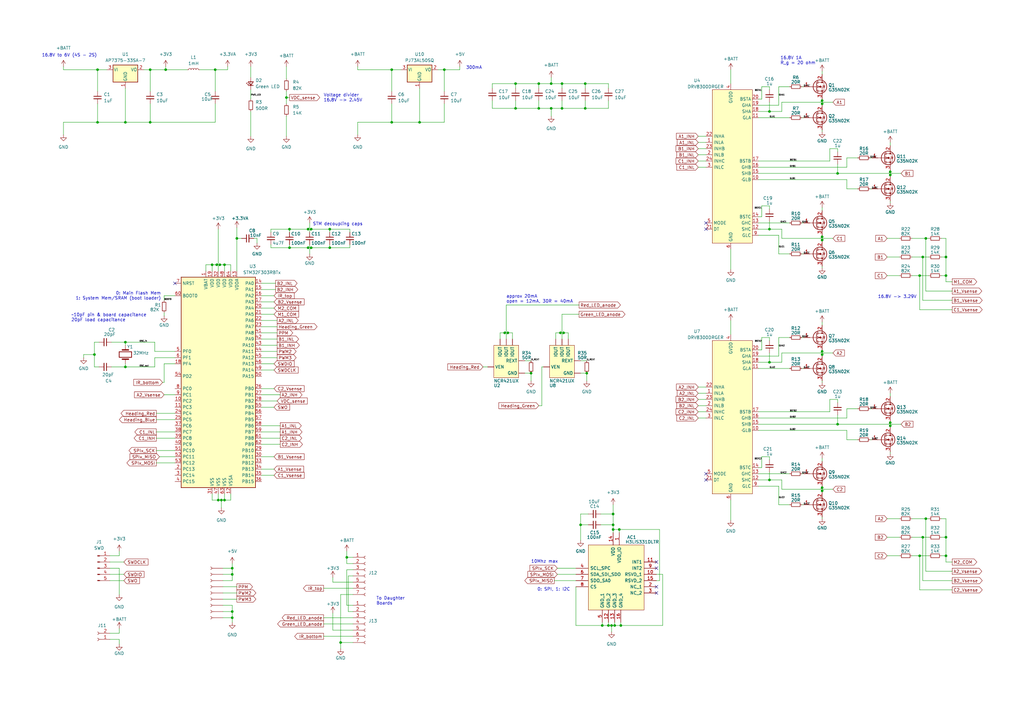
<source format=kicad_sch>
(kicad_sch (version 20211123) (generator eeschema)
  (paper "A3")
  (title_block (title "Melty Brain Schematic") (date "2022-11-13") (rev "1"))
  (lib_symbols
    (symbol "Connector:Conn_01x01_Female" (pin_numbers hide) (pin_names (offset 1.016) hide)
      (property "Reference" "J" (at 0 2.54 0))
      (property "Value" "Conn_01x01_Female" (at 0 -2.54 0))
      (symbol "Conn_01x01_Female_1_1"
        (pin passive line (at -5.08 0 0) (length 3.81) (name "Pin_1") (number "1"))
      )
    )
    (symbol "Connector:Conn_01x02_Female" (pin_names (offset 1.016) hide)
      (property "Reference" "J" (at 0 2.54 0))
      (property "Value" "Conn_01x02_Female" (at 0 -5.08 0))
      (symbol "Conn_01x02_Female_1_1"
        (pin passive line (at -5.08 0 0) (length 3.81) (name "Pin_1") (number "1"))
        (pin passive line (at -5.08 -2.54 0) (length 3.81) (name "Pin_2") (number "2"))
      )
    )
    (symbol "Connector:Conn_01x05_Male" (pin_names (offset 1.016) hide)
      (property "Reference" "J" (at 0 7.62 0))
      (property "Value" "Conn_01x05_Male" (at 0 -7.62 0))
      (symbol "Conn_01x05_Male_1_1"
        (pin passive line (at 5.08 5.08 180) (length 3.81) (name "Pin_1") (number "1"))
        (pin passive line (at 5.08 2.54 180) (length 3.81) (name "Pin_2") (number "2"))
        (pin passive line (at 5.08 0 180) (length 3.81) (name "Pin_3") (number "3"))
        (pin passive line (at 5.08 -2.54 180) (length 3.81) (name "Pin_4") (number "4"))
        (pin passive line (at 5.08 -5.08 180) (length 3.81) (name "Pin_5") (number "5"))
      )
    )
    (symbol "Connector:Conn_01x07_Female" (pin_names (offset 1.016) hide)
      (property "Reference" "J" (at 0 10.16 0))
      (property "Value" "Conn_01x07_Female" (at 0 -10.16 0))
      (symbol "Conn_01x07_Female_1_1"
        (pin passive line (at -5.08 7.62 0) (length 3.81) (name "Pin_1") (number "1"))
        (pin passive line (at -5.08 5.08 0) (length 3.81) (name "Pin_2") (number "2"))
        (pin passive line (at -5.08 2.54 0) (length 3.81) (name "Pin_3") (number "3"))
        (pin passive line (at -5.08 0 0) (length 3.81) (name "Pin_4") (number "4"))
        (pin passive line (at -5.08 -2.54 0) (length 3.81) (name "Pin_5") (number "5"))
        (pin passive line (at -5.08 -5.08 0) (length 3.81) (name "Pin_6") (number "6"))
        (pin passive line (at -5.08 -7.62 0) (length 3.81) (name "Pin_7") (number "7"))
      )
    )
    (symbol "Device:C_Small" (pin_numbers hide) (pin_names (offset 0.254) hide)
      (property "Reference" "C" (at 0.254 1.778 0))
      (property "Value" "C_Small" (at 0.254 -2.032 0))
      (symbol "C_Small_1_1"
        (pin passive line (at 0 2.54 270) (length 2.032) (name "~") (number "1"))
        (pin passive line (at 0 -2.54 90) (length 2.032) (name "~") (number "2"))
      )
    )
    (symbol "Device:Crystal" (pin_numbers hide) (pin_names (offset 1.016) hide)
      (property "Reference" "Y1" (at 4.445 0.635 90))
      (property "Value" "Crystal" (at 6.35 -1.27 90))
      (symbol "Crystal_1_1"
        (pin passive line (at -3.81 0 0) (length 1.27) (name "1") (number "1"))
        (pin passive line (at 3.81 0 180) (length 1.27) (name "3") (number "3"))
      )
    )
    (symbol "Device:LED_Small" (pin_numbers hide) (pin_names (offset 0.254) hide)
      (property "Reference" "D" (at -1.27 3.175 0))
      (property "Value" "LED_Small" (at -4.445 -2.54 0))
      (symbol "LED_Small_1_1"
        (pin passive line (at -2.54 0 0) (length 1.778) (name "K") (number "1"))
        (pin passive line (at 2.54 0 180) (length 1.778) (name "A") (number "2"))
      )
    )
    (symbol "Device:L_Small" (pin_numbers hide) (pin_names (offset 0.254) hide)
      (property "Reference" "L" (at 0.762 1.016 0))
      (property "Value" "L_Small" (at 0.762 -1.016 0))
      (symbol "L_Small_1_1"
        (pin passive line (at 0 2.54 270) (length 0.508) (name "~") (number "1"))
        (pin passive line (at 0 -2.54 90) (length 0.508) (name "~") (number "2"))
      )
    )
    (symbol "Device:Q_NMOS_GDS" (pin_names (offset 0) hide)
      (property "Reference" "Q" (at 5.08 1.27 0))
      (property "Value" "Q_NMOS_GDS" (at 5.08 -1.27 0))
      (symbol "Q_NMOS_GDS_1_1"
        (pin input line (at -5.08 0 0) (length 2.54) (name "G") (number "1"))
        (pin passive line (at 2.54 5.08 270) (length 2.54) (name "D") (number "2"))
        (pin passive line (at 2.54 -5.08 90) (length 2.54) (name "S") (number "3"))
      )
    )
    (symbol "Device:R_Small" (pin_numbers hide) (pin_names (offset 0.254) hide)
      (property "Reference" "R" (at 0.762 0.508 0))
      (property "Value" "R_Small" (at 0.762 -1.016 0))
      (symbol "R_Small_1_1"
        (pin passive line (at 0 2.54 270) (length 0.762) (name "~") (number "1"))
        (pin passive line (at 0 -2.54 90) (length 0.762) (name "~") (number "2"))
      )
    )
    (symbol "MCU_ST_STM32F3:STM32F303RBTx"
      (property "Reference" "U" (at -15.24 44.45 0))
      (property "Value" "STM32F303RBTx" (at 10.16 44.45 0))
      (symbol "STM32F303RBTx_1_1"
        (pin power_in line (at -5.08 45.72 270) (length 2.54) (name "VBAT") (number "1"))
        (pin bidirectional line (at -17.78 -7.62 0) (length 2.54) (name "PC2") (number "10"))
        (pin bidirectional line (at -17.78 -10.16 0) (length 2.54) (name "PC3") (number "11"))
        (pin power_in line (at 5.08 -45.72 90) (length 2.54) (name "VSSA") (number "12"))
        (pin power_in line (at 7.62 45.72 270) (length 2.54) (name "VDDA") (number "13"))
        (pin bidirectional line (at 17.78 40.64 180) (length 2.54) (name "PA0") (number "14"))
        (pin bidirectional line (at 17.78 38.1 180) (length 2.54) (name "PA1") (number "15"))
        (pin bidirectional line (at 17.78 35.56 180) (length 2.54) (name "PA2") (number "16"))
        (pin bidirectional line (at 17.78 33.02 180) (length 2.54) (name "PA3") (number "17"))
        (pin bidirectional line (at -17.78 7.62 0) (length 2.54) (name "PF4") (number "18"))
        (pin power_in line (at -2.54 45.72 270) (length 2.54) (name "VDD") (number "19"))
        (pin bidirectional line (at -17.78 -35.56 0) (length 2.54) (name "PC13") (number "2"))
        (pin bidirectional line (at 17.78 30.48 180) (length 2.54) (name "PA4") (number "20"))
        (pin bidirectional line (at 17.78 27.94 180) (length 2.54) (name "PA5") (number "21"))
        (pin bidirectional line (at 17.78 25.4 180) (length 2.54) (name "PA6") (number "22"))
        (pin bidirectional line (at 17.78 22.86 180) (length 2.54) (name "PA7") (number "23"))
        (pin bidirectional line (at -17.78 -12.7 0) (length 2.54) (name "PC4") (number "24"))
        (pin bidirectional line (at -17.78 -15.24 0) (length 2.54) (name "PC5") (number "25"))
        (pin bidirectional line (at 17.78 -2.54 180) (length 2.54) (name "PB0") (number "26"))
        (pin bidirectional line (at 17.78 -5.08 180) (length 2.54) (name "PB1") (number "27"))
        (pin bidirectional line (at 17.78 -7.62 180) (length 2.54) (name "PB2") (number "28"))
        (pin bidirectional line (at 17.78 -27.94 180) (length 2.54) (name "PB10") (number "29"))
        (pin bidirectional line (at -17.78 -38.1 0) (length 2.54) (name "PC14") (number "3"))
        (pin bidirectional line (at 17.78 -30.48 180) (length 2.54) (name "PB11") (number "30"))
        (pin power_in line (at -2.54 -45.72 90) (length 2.54) (name "VSS") (number "31"))
        (pin power_in line (at 0 45.72 270) (length 2.54) (name "VDD") (number "32"))
        (pin bidirectional line (at 17.78 -33.02 180) (length 2.54) (name "PB12") (number "33"))
        (pin bidirectional line (at 17.78 -35.56 180) (length 2.54) (name "PB13") (number "34"))
        (pin bidirectional line (at 17.78 -38.1 180) (length 2.54) (name "PB14") (number "35"))
        (pin bidirectional line (at 17.78 -40.64 180) (length 2.54) (name "PB15") (number "36"))
        (pin bidirectional line (at -17.78 -17.78 0) (length 2.54) (name "PC6") (number "37"))
        (pin bidirectional line (at -17.78 -20.32 0) (length 2.54) (name "PC7") (number "38"))
        (pin bidirectional line (at -17.78 -22.86 0) (length 2.54) (name "PC8") (number "39"))
        (pin bidirectional line (at -17.78 -40.64 0) (length 2.54) (name "PC15") (number "4"))
        (pin bidirectional line (at -17.78 -25.4 0) (length 2.54) (name "PC9") (number "40"))
        (pin bidirectional line (at 17.78 20.32 180) (length 2.54) (name "PA8") (number "41"))
        (pin bidirectional line (at 17.78 17.78 180) (length 2.54) (name "PA9") (number "42"))
        (pin bidirectional line (at 17.78 15.24 180) (length 2.54) (name "PA10") (number "43"))
        (pin bidirectional line (at 17.78 12.7 180) (length 2.54) (name "PA11") (number "44"))
        (pin bidirectional line (at 17.78 10.16 180) (length 2.54) (name "PA12") (number "45"))
        (pin bidirectional line (at 17.78 7.62 180) (length 2.54) (name "PA13") (number "46"))
        (pin power_in line (at 0 -45.72 90) (length 2.54) (name "VSS") (number "47"))
        (pin power_in line (at 2.54 45.72 270) (length 2.54) (name "VDD") (number "48"))
        (pin bidirectional line (at 17.78 5.08 180) (length 2.54) (name "PA14") (number "49"))
        (pin input line (at -17.78 12.7 0) (length 2.54) (name "PF0") (number "5"))
        (pin bidirectional line (at 17.78 2.54 180) (length 2.54) (name "PA15") (number "50"))
        (pin bidirectional line (at -17.78 -27.94 0) (length 2.54) (name "PC10") (number "51"))
        (pin bidirectional line (at -17.78 -30.48 0) (length 2.54) (name "PC11") (number "52"))
        (pin bidirectional line (at -17.78 -33.02 0) (length 2.54) (name "PC12") (number "53"))
        (pin bidirectional line (at -17.78 2.54 0) (length 2.54) (name "PD2") (number "54"))
        (pin bidirectional line (at 17.78 -10.16 180) (length 2.54) (name "PB3") (number "55"))
        (pin bidirectional line (at 17.78 -12.7 180) (length 2.54) (name "PB4") (number "56"))
        (pin bidirectional line (at 17.78 -15.24 180) (length 2.54) (name "PB5") (number "57"))
        (pin bidirectional line (at 17.78 -17.78 180) (length 2.54) (name "PB6") (number "58"))
        (pin bidirectional line (at 17.78 -20.32 180) (length 2.54) (name "PB7") (number "59"))
        (pin input line (at -17.78 10.16 0) (length 2.54) (name "PF1") (number "6"))
        (pin input line (at -17.78 35.56 0) (length 2.54) (name "BOOT0") (number "60"))
        (pin bidirectional line (at 17.78 -22.86 180) (length 2.54) (name "PB8") (number "61"))
        (pin bidirectional line (at 17.78 -25.4 180) (length 2.54) (name "PB9") (number "62"))
        (pin power_in line (at 2.54 -45.72 90) (length 2.54) (name "VSS") (number "63"))
        (pin power_in line (at 5.08 45.72 270) (length 2.54) (name "VDD") (number "64"))
        (pin input line (at -17.78 40.64 0) (length 2.54) (name "NRST") (number "7"))
        (pin bidirectional line (at -17.78 -2.54 0) (length 2.54) (name "PC0") (number "8"))
        (pin bidirectional line (at -17.78 -5.08 0) (length 2.54) (name "PC1") (number "9"))
      )
    )
    (symbol "New_Library:DRV8300DRGER"
      (property "Reference" "U" (at -16.51 22.86 0))
      (property "Value" "DRV8300DRGER" (at -16.51 20.32 0))
      (symbol "DRV8300DRGER_0_0"
        (pin input line (at -10.16 11.43 0) (length 2.54) (name "INLA") (number "1"))
        (pin output line (at 11.43 -3.81 180) (length 2.54) (name "GLB") (number "10"))
        (pin output line (at 11.43 21.59 180) (length 2.54) (name "GLA") (number "11"))
        (pin output line (at 11.43 -24.13 180) (length 2.54) (name "SHC") (number "12"))
        (pin output line (at 11.43 -21.59 180) (length 2.54) (name "GHC") (number "13"))
        (pin output line (at 11.43 -19.05 180) (length 2.54) (name "BSTC") (number "14"))
        (pin output line (at 11.43 -1.27 180) (length 2.54) (name "SHB") (number "15"))
        (pin output line (at 11.43 1.27 180) (length 2.54) (name "GHB") (number "16"))
        (pin output line (at 11.43 3.81 180) (length 2.54) (name "BSTB") (number "17"))
        (pin output line (at 11.43 24.13 180) (length 2.54) (name "SHA") (number "18"))
        (pin output line (at 11.43 26.67 180) (length 2.54) (name "GHA") (number "19"))
        (pin input line (at -10.16 6.35 0) (length 2.54) (name "INLB") (number "2"))
        (pin output line (at 11.43 29.21 180) (length 2.54) (name "BSTA") (number "20"))
        (pin input line (at -10.16 -24.13 0) (length 2.54) (name "DT") (number "21"))
        (pin input line (at -10.16 13.97 0) (length 2.54) (name "INHA") (number "22"))
        (pin input line (at -10.16 8.89 0) (length 2.54) (name "INHB") (number "23"))
        (pin input line (at -10.16 3.81 0) (length 2.54) (name "INHC") (number "24"))
        (pin input line (at -10.16 1.27 0) (length 2.54) (name "INLC") (number "3"))
        (pin power_in line (at 0 35.56 270) (length 2.54) (name "GVDD") (number "4"))
        (pin input line (at -10.16 -21.59 0) (length 2.54) (name "MODE") (number "5"))
        (pin power_in line (at 0 -32.385 90) (length 2.54) (name "GND") (number "6"))
        (pin output line (at 11.43 -26.67 180) (length 2.54) (name "GLC") (number "9"))
      )
    )
    (symbol "New_Library:H3LIS331DLTR" (pin_names (offset 0.762))
      (property "Reference" "AC" (at 36.83 22.86 0))
      (property "Value" "H3LIS331DLTR" (at 36.83 20.32 0))
      (symbol "H3LIS331DLTR_0_0"
        (pin power_in line (at 17.78 14.605 270) (length 5.08) (name "VDD_IO") (number "1"))
        (pin passive line (at 33.02 -2.54 180) (length 5.08) (name "RSVD_1") (number "10"))
        (pin input line (at 33.02 2.54 180) (length 5.08) (name "INT1") (number "11"))
        (pin power_in line (at 13.335 -22.225 90) (length 5.08) (name "GND_2") (number "12"))
        (pin power_in line (at 15.875 -22.225 90) (length 5.08) (name "GND_3") (number "13"))
        (pin power_in line (at 15.24 14.605 270) (length 5.08) (name "VDD") (number "14"))
        (pin passive line (at 33.02 -5.08 180) (length 5.08) (name "RSVD_2") (number "15"))
        (pin power_in line (at 18.415 -22.225 90) (length 5.08) (name "GND_4") (number "16"))
        (pin passive line (at 33.02 -7.62 180) (length 5.08) (name "NC_1") (number "2"))
        (pin passive line (at 33.02 -10.16 180) (length 5.08) (name "NC_2") (number "3"))
        (pin passive line (at 0 0 0) (length 5.08) (name "SCL_SPC") (number "4"))
        (pin power_in line (at 10.795 -22.225 90) (length 5.08) (name "GND_1") (number "5"))
        (pin passive line (at 0 -2.54 0) (length 5.08) (name "SDA_SDI_SDO") (number "6"))
        (pin passive line (at 0 -5.08 0) (length 5.08) (name "SDO_SA0") (number "7"))
        (pin input line (at 0 -7.62 0) (length 5.08) (name "CS") (number "8"))
        (pin input line (at 33.02 0 180) (length 5.08) (name "INT2") (number "9"))
      )
    )
    (symbol "New_Library:NCR421UX" (pin_numbers hide)
      (property "Reference" "U" (at -5.715 7.62 0))
      (property "Value" "NCR421UX" (at -8.89 12.065 0))
      (symbol "NCR421UX_0_0"
        (pin input line (at 0 0 0) (length 2.54) (name "VEN") (number "1"))
        (pin power_out line (at 5.08 11.43 270) (length 2.54) (name "IOUT") (number "2"))
        (pin power_out line (at 7.62 11.43 270) (length 2.54) (name "IOUT") (number "3"))
        (pin power_in line (at 15.24 -2.54 180) (length 2.54) (name "GND") (number "4"))
        (pin power_out line (at 10.16 11.43 270) (length 2.54) (name "IOUT") (number "5"))
        (pin input line (at 15.24 2.54 180) (length 2.54) (name "REXT") (number "6"))
      )
    )
    (symbol "Regulator_Linear:LM1117-3.3" (pin_names (offset 0.254))
      (property "Reference" "U" (at -3.81 3.175 0))
      (property "Value" "LM1117-3.3" (at 0 3.175 0))
      (symbol "LM1117-3.3_1_1"
        (pin power_in line (at 0 -7.62 90) (length 2.54) (name "GND") (number "1"))
        (pin power_out line (at 7.62 0 180) (length 2.54) (name "VO") (number "2"))
        (pin power_in line (at -7.62 0 0) (length 2.54) (name "VI") (number "3"))
      )
    )
    (symbol "power:+3.3V" (power) (pin_names (offset 0))
      (property "Value" "+3.3V" (at 0 3.556 0))
      (symbol "+3.3V_1_1"
        (pin power_in line (at 0 0 90) (length 0) hide (name "+3V3") (number "1"))
      )
    )
    (symbol "power:+3.3VA" (power) (pin_names (offset 0))
      (property "Value" "+3.3VA" (at 0 3.556 0))
      (symbol "+3.3VA_1_1"
        (pin power_in line (at 0 0 90) (length 0) hide (name "+3.3VA") (number "1"))
      )
    )
    (symbol "power:+5V" (power) (pin_names (offset 0))
      (property "Value" "+5V" (at 0 3.556 0))
      (symbol "+5V_1_1"
        (pin power_in line (at 0 0 90) (length 0) hide (name "+5V") (number "1"))
      )
    )
    (symbol "power:+BATT" (power) (pin_names (offset 0))
      (property "Value" "+BATT" (at 0 3.556 0))
      (symbol "+BATT_1_1"
        (pin power_in line (at 0 0 90) (length 0) hide (name "+BATT") (number "1"))
      )
    )
    (symbol "power:GND" (power) (pin_names (offset 0))
      (property "Value" "GND" (at 0 -3.81 0))
      (symbol "GND_1_1"
        (pin power_in line (at 0 0 270) (length 0) hide (name "GND") (number "1"))
      )
    )
  )
  (junction (at 315.595 196.85))
  (junction (at 160.655 50.165))
  (junction (at 226.06 34.29))
  (junction (at 86.995 108.585))
  (junction (at 220.98 34.29))
  (junction (at 126.365 101.6))
  (junction (at 230.505 34.29))
  (junction (at 231.14 136.525))
  (junction (at 254.635 256.54))
  (junction (at 90.17 108.585))
  (junction (at 217.805 153.035))
  (junction (at 95.25 233.045))
  (junction (at 379.73 97.79))
  (junction (at 127.635 101.6))
  (junction (at 365.125 70.485))
  (junction (at 97.155 97.79))
  (junction (at 337.185 41.275))
  (junction (at 240.03 34.29))
  (junction (at 378.46 220.345))
  (junction (at 226.06 44.45))
  (junction (at 172.085 50.165))
  (junction (at 240.665 153.035))
  (junction (at 251.46 210.82))
  (junction (at 250.825 256.54))
  (junction (at 61.595 28.575))
  (junction (at 182.245 28.575))
  (junction (at 343.535 173.99))
  (junction (at 337.185 144.145))
  (junction (at 377.19 113.03))
  (junction (at 40.005 50.165))
  (junction (at 252.095 256.54))
  (junction (at 211.455 44.45))
  (junction (at 40.005 28.575))
  (junction (at 88.9 108.585))
  (junction (at 127.635 93.98))
  (junction (at 61.595 50.165))
  (junction (at 92.075 205.105))
  (junction (at 230.505 44.45))
  (junction (at 51.435 50.165))
  (junction (at 67.945 28.575))
  (junction (at 254 217.17))
  (junction (at 387.985 220.345))
  (junction (at 89.535 205.105))
  (junction (at 337.185 42.545))
  (junction (at 315.595 148.59))
  (junction (at 92.075 108.585))
  (junction (at 251.46 217.17))
  (junction (at 208.28 136.525))
  (junction (at 51.435 150.495))
  (junction (at 240.03 44.45))
  (junction (at 247.015 256.54))
  (junction (at 118.745 101.6))
  (junction (at 142.24 228.6))
  (junction (at 160.655 28.575))
  (junction (at 387.985 227.965))
  (junction (at 337.185 201.295))
  (junction (at 377.19 227.965))
  (junction (at 207.01 136.525))
  (junction (at 38.735 145.415))
  (junction (at 95.25 250.825))
  (junction (at 90.805 205.105))
  (junction (at 337.185 98.425))
  (junction (at 135.255 93.98))
  (junction (at 337.185 97.155))
  (junction (at 118.745 93.98))
  (junction (at 387.985 105.41))
  (junction (at 139.7 263.525))
  (junction (at 378.46 105.41))
  (junction (at 220.98 44.45))
  (junction (at 365.125 174.625))
  (junction (at 95.25 235.585))
  (junction (at 387.985 113.03))
  (junction (at 249.555 256.54))
  (junction (at 365.125 71.755))
  (junction (at 379.73 212.725))
  (junction (at 337.185 145.415))
  (junction (at 238.125 215.265))
  (junction (at 365.125 173.355))
  (junction (at 315.595 93.98))
  (junction (at 88.265 28.575))
  (junction (at 229.87 136.525))
  (junction (at 315.595 45.72))
  (junction (at 343.535 71.12))
  (junction (at 51.435 140.335))
  (junction (at 251.46 215.265))
  (junction (at 117.475 40.005))
  (junction (at 126.365 93.98))
  (junction (at 135.255 101.6))
  (junction (at 337.185 200.025))
  (junction (at 211.455 34.29))
  (junction (at 95.25 253.365))
  (no_connect (at 289.56 91.44))
  (no_connect (at 289.56 93.98))
  (no_connect (at 289.56 194.31))
  (no_connect (at 289.56 196.85))
  (no_connect (at 269.24 233.045))
  (no_connect (at 269.24 240.665))
  (no_connect (at 269.24 243.205))
  (no_connect (at 269.24 230.505))
  (no_connect (at 71.755 116.205))
  (wire (pts (xy 311.15 143.51) (xy 312.42 143.51)))
  (wire (pts (xy 387.985 220.345) (xy 387.985 227.965)))
  (wire (pts (xy 377.19 113.03) (xy 381 113.03)))
  (wire (pts (xy 271.78 256.54) (xy 254.635 256.54)))
  (wire (pts (xy 337.185 97.155) (xy 337.185 98.425)))
  (wire (pts (xy 270.51 217.17) (xy 254 217.17)))
  (wire (pts (xy 319.405 96.52) (xy 319.405 104.14)))
  (wire (pts (xy 337.185 98.425) (xy 337.185 99.06)))
  (wire (pts (xy 117.475 40.005) (xy 117.475 42.545)))
  (wire (pts (xy 144.78 243.84) (xy 139.7 243.84)))
  (wire (pts (xy 337.185 201.295) (xy 337.185 201.93)))
  (wire (pts (xy 390.525 123.19) (xy 378.46 123.19)))
  (wire (pts (xy 319.405 104.14) (xy 323.85 104.14)))
  (wire (pts (xy 45.085 235.585) (xy 50.8 235.585)))
  (wire (pts (xy 386.08 212.725) (xy 387.985 212.725)))
  (wire (pts (xy 205.105 139.065) (xy 205.105 136.525)))
  (wire (pts (xy 343.535 173.99) (xy 364.49 173.99)))
  (wire (pts (xy 337.82 97.79) (xy 341.63 97.79)))
  (wire (pts (xy 386.08 227.965) (xy 387.985 227.965)))
  (wire (pts (xy 127 104.14) (xy 127 102.235)))
  (wire (pts (xy 311.15 176.53) (xy 347.345 176.53)))
  (wire (pts (xy 320.675 196.85) (xy 315.595 196.85)))
  (wire (pts (xy 102.87 27.305) (xy 102.87 31.75)))
  (wire (pts (xy 201.93 34.29) (xy 211.455 34.29)))
  (wire (pts (xy 179.705 28.575) (xy 182.245 28.575)))
  (wire (pts (xy 312.42 35.56) (xy 315.595 35.56)))
  (wire (pts (xy 107.315 118.745) (xy 113.03 118.745)))
  (wire (pts (xy 254 217.17) (xy 254 218.44)))
  (wire (pts (xy 127.635 101.6) (xy 126.365 101.6)))
  (wire (pts (xy 312.42 187.325) (xy 312.42 191.77)))
  (wire (pts (xy 117.475 47.625) (xy 117.475 55.88)))
  (wire (pts (xy 311.15 151.13) (xy 323.85 151.13)))
  (wire (pts (xy 210.185 136.525) (xy 210.185 139.065)))
  (wire (pts (xy 198.12 150.495) (xy 200.025 150.495)))
  (wire (pts (xy 107.315 177.165) (xy 114.935 177.165)))
  (wire (pts (xy 61.595 28.575) (xy 61.595 37.465)))
  (wire (pts (xy 270.51 238.125) (xy 270.51 217.17)))
  (wire (pts (xy 107.315 116.205) (xy 113.03 116.205)))
  (wire (pts (xy 328.93 91.44) (xy 329.565 91.44)))
  (wire (pts (xy 337.82 41.91) (xy 341.63 41.91)))
  (wire (pts (xy 222.885 150.495) (xy 222.25 150.495)))
  (wire (pts (xy 226.06 34.29) (xy 230.505 34.29)))
  (wire (pts (xy 246.38 215.265) (xy 251.46 215.265)))
  (wire (pts (xy 107.315 187.325) (xy 112.395 187.325)))
  (wire (pts (xy 377.19 227.965) (xy 381 227.965)))
  (wire (pts (xy 228.6 233.045) (xy 236.22 233.045)))
  (wire (pts (xy 320.675 45.72) (xy 315.595 45.72)))
  (wire (pts (xy 95.25 253.365) (xy 95.25 255.27)))
  (wire (pts (xy 89.535 111.125) (xy 89.535 109.22)))
  (wire (pts (xy 374.015 220.345) (xy 378.46 220.345)))
  (wire (pts (xy 337.185 109.22) (xy 337.185 109.855)))
  (wire (pts (xy 247.015 256.54) (xy 249.555 256.54)))
  (wire (pts (xy 95.25 248.285) (xy 95.25 250.825)))
  (wire (pts (xy 215.265 147.955) (xy 217.805 147.955)))
  (wire (pts (xy 45.085 230.505) (xy 50.8 230.505)))
  (wire (pts (xy 343.535 71.12) (xy 364.49 71.12)))
  (wire (pts (xy 386.08 220.345) (xy 387.985 220.345)))
  (wire (pts (xy 135.255 93.98) (xy 143.51 93.98)))
  (wire (pts (xy 312.42 84.455) (xy 312.42 88.9)))
  (wire (pts (xy 201.93 44.45) (xy 211.455 44.45)))
  (wire (pts (xy 182.245 42.545) (xy 182.245 50.165)))
  (wire (pts (xy 363.855 220.345) (xy 368.935 220.345)))
  (wire (pts (xy 136.525 251.46) (xy 136.525 258.445)))
  (wire (pts (xy 337.82 200.66) (xy 341.63 200.66)))
  (wire (pts (xy 182.245 28.575) (xy 182.245 37.465)))
  (wire (pts (xy 230.505 41.275) (xy 230.505 44.45)))
  (wire (pts (xy 356.87 77.47) (xy 357.505 77.47)))
  (wire (pts (xy 365.125 71.755) (xy 365.125 72.39)))
  (wire (pts (xy 144.78 231.14) (xy 142.24 231.14)))
  (wire (pts (xy 188.595 28.575) (xy 188.595 27.305)))
  (wire (pts (xy 226.06 44.45) (xy 226.06 47.625)))
  (wire (pts (xy 337.82 41.91) (xy 337.185 42.545)))
  (wire (pts (xy 118.745 100.33) (xy 118.745 101.6)))
  (wire (pts (xy 386.08 97.79) (xy 387.985 97.79)))
  (wire (pts (xy 337.185 144.145) (xy 336.55 144.78)))
  (wire (pts (xy 105.41 97.79) (xy 104.14 97.79)))
  (wire (pts (xy 337.185 200.025) (xy 337.185 201.295)))
  (wire (pts (xy 336.55 144.78) (xy 320.675 144.78)))
  (wire (pts (xy 126.365 101.6) (xy 127 100.965)))
  (wire (pts (xy 378.46 220.345) (xy 381 220.345)))
  (wire (pts (xy 146.685 50.165) (xy 146.685 55.245)))
  (wire (pts (xy 160.655 42.545) (xy 160.655 50.165)))
  (wire (pts (xy 379.73 119.38) (xy 379.73 97.79)))
  (wire (pts (xy 95.25 233.045) (xy 95.25 235.585)))
  (wire (pts (xy 337.185 42.545) (xy 337.185 43.18)))
  (wire (pts (xy 48.895 227.965) (xy 48.895 226.06)))
  (wire (pts (xy 240.03 34.29) (xy 249.555 34.29)))
  (wire (pts (xy 63.5 144.145) (xy 71.755 144.145)))
  (wire (pts (xy 38.735 150.495) (xy 38.735 145.415)))
  (wire (pts (xy 107.315 164.465) (xy 113.665 164.465)))
  (wire (pts (xy 107.315 159.385) (xy 112.395 159.385)))
  (wire (pts (xy 337.185 85.09) (xy 337.185 86.36)))
  (wire (pts (xy 363.855 105.41) (xy 368.935 105.41)))
  (wire (pts (xy 26.035 50.165) (xy 40.005 50.165)))
  (wire (pts (xy 51.435 50.165) (xy 40.005 50.165)))
  (wire (pts (xy 328.93 35.56) (xy 329.565 35.56)))
  (wire (pts (xy 337.185 200.025) (xy 336.55 200.66)))
  (wire (pts (xy 211.455 44.45) (xy 220.98 44.45)))
  (wire (pts (xy 144.78 233.68) (xy 142.24 233.68)))
  (wire (pts (xy 311.15 91.44) (xy 323.85 91.44)))
  (wire (pts (xy 315.595 144.78) (xy 315.595 148.59)))
  (wire (pts (xy 377.19 241.935) (xy 377.19 227.965)))
  (wire (pts (xy 26.035 50.165) (xy 26.035 55.245)))
  (wire (pts (xy 286.385 55.88) (xy 289.56 55.88)))
  (wire (pts (xy 315.595 187.325) (xy 312.42 187.325)))
  (wire (pts (xy 107.315 136.525) (xy 113.665 136.525)))
  (wire (pts (xy 89.535 93.98) (xy 89.535 107.95)))
  (wire (pts (xy 323.85 35.56) (xy 319.405 35.56)))
  (wire (pts (xy 347.345 176.53) (xy 347.345 180.34)))
  (wire (pts (xy 311.15 68.58) (xy 347.345 68.58)))
  (wire (pts (xy 336.55 200.66) (xy 320.675 200.66)))
  (wire (pts (xy 356.87 180.34) (xy 357.505 180.34)))
  (wire (pts (xy 340.36 168.91) (xy 340.36 163.83)))
  (wire (pts (xy 84.455 111.125) (xy 84.455 108.585)))
  (wire (pts (xy 390.525 119.38) (xy 379.73 119.38)))
  (wire (pts (xy 365.76 71.12) (xy 365.125 71.755)))
  (wire (pts (xy 230.505 44.45) (xy 240.03 44.45)))
  (wire (pts (xy 91.44 240.665) (xy 97.155 240.665)))
  (wire (pts (xy 378.46 105.41) (xy 381 105.41)))
  (wire (pts (xy 118.745 93.98) (xy 118.745 95.25)))
  (wire (pts (xy 111.125 93.98) (xy 118.745 93.98)))
  (wire (pts (xy 390.525 230.505) (xy 387.985 230.505)))
  (wire (pts (xy 286.385 63.5) (xy 289.56 63.5)))
  (wire (pts (xy 328.93 151.13) (xy 329.565 151.13)))
  (wire (pts (xy 64.135 184.785) (xy 71.755 184.785)))
  (wire (pts (xy 240.03 41.275) (xy 240.03 44.45)))
  (wire (pts (xy 337.185 29.21) (xy 337.185 30.48)))
  (wire (pts (xy 269.24 235.585) (xy 271.78 235.585)))
  (wire (pts (xy 107.315 144.145) (xy 113.665 144.145)))
  (wire (pts (xy 91.44 245.745) (xy 97.155 245.745)))
  (wire (pts (xy 237.49 128.905) (xy 230.505 128.905)))
  (wire (pts (xy 390.525 238.125) (xy 378.46 238.125)))
  (wire (pts (xy 340.36 60.96) (xy 343.535 60.96)))
  (wire (pts (xy 286.385 158.75) (xy 289.56 158.75)))
  (wire (pts (xy 107.315 133.985) (xy 113.665 133.985)))
  (wire (pts (xy 337.185 156.21) (xy 337.185 156.845)))
  (wire (pts (xy 207.01 136.525) (xy 207.645 135.89)))
  (wire (pts (xy 315.595 138.43) (xy 315.595 139.7)))
  (wire (pts (xy 107.315 126.365) (xy 112.395 126.365)))
  (wire (pts (xy 238.125 215.265) (xy 241.3 215.265)))
  (wire (pts (xy 142.24 226.06) (xy 142.24 228.6)))
  (wire (pts (xy 311.15 40.64) (xy 312.42 40.64)))
  (wire (pts (xy 94.615 202.565) (xy 94.615 205.105)))
  (wire (pts (xy 229.87 136.525) (xy 227.965 136.525)))
  (wire (pts (xy 312.42 88.9) (xy 311.15 88.9)))
  (wire (pts (xy 45.085 233.045) (xy 48.895 233.045)))
  (wire (pts (xy 249.555 256.54) (xy 250.825 256.54)))
  (wire (pts (xy 315.595 84.455) (xy 312.42 84.455)))
  (wire (pts (xy 238.125 147.955) (xy 240.665 147.955)))
  (wire (pts (xy 51.435 140.335) (xy 45.72 140.335)))
  (wire (pts (xy 315.595 93.98) (xy 311.15 93.98)))
  (wire (pts (xy 91.44 238.125) (xy 95.25 238.125)))
  (wire (pts (xy 337.185 96.52) (xy 337.185 97.155)))
  (wire (pts (xy 48.895 262.255) (xy 48.895 264.16)))
  (wire (pts (xy 51.435 150.495) (xy 45.72 150.495)))
  (wire (pts (xy 143.51 101.6) (xy 135.255 101.6)))
  (wire (pts (xy 249.555 44.45) (xy 240.03 44.45)))
  (wire (pts (xy 34.29 145.415) (xy 34.29 146.685)))
  (wire (pts (xy 45.085 262.255) (xy 48.895 262.255)))
  (wire (pts (xy 286.385 168.91) (xy 289.56 168.91)))
  (wire (pts (xy 254 217.17) (xy 251.46 217.17)))
  (wire (pts (xy 88.265 50.165) (xy 88.265 42.545)))
  (wire (pts (xy 220.98 41.275) (xy 220.98 44.45)))
  (wire (pts (xy 252.095 255.27) (xy 252.095 256.54)))
  (wire (pts (xy 240.03 34.29) (xy 240.03 36.195)))
  (wire (pts (xy 132.715 255.905) (xy 144.78 255.905)))
  (wire (pts (xy 311.15 199.39) (xy 319.405 199.39)))
  (wire (pts (xy 315.595 85.725) (xy 315.595 84.455)))
  (wire (pts (xy 365.125 173.355) (xy 364.49 173.99)))
  (wire (pts (xy 107.315 141.605) (xy 113.665 141.605)))
  (wire (pts (xy 88.265 37.465) (xy 88.265 28.575)))
  (wire (pts (xy 107.315 179.705) (xy 114.935 179.705)))
  (wire (pts (xy 328.93 138.43) (xy 329.565 138.43)))
  (wire (pts (xy 315.595 90.805) (xy 315.595 93.98)))
  (wire (pts (xy 105.41 99.695) (xy 105.41 97.79)))
  (wire (pts (xy 340.36 66.04) (xy 340.36 60.96)))
  (wire (pts (xy 211.455 41.275) (xy 211.455 44.45)))
  (wire (pts (xy 26.035 28.575) (xy 26.035 27.305)))
  (wire (pts (xy 249.555 34.29) (xy 249.555 36.195)))
  (wire (pts (xy 315.595 35.56) (xy 315.595 36.83)))
  (wire (pts (xy 67.31 156.845) (xy 66.675 156.845)))
  (wire (pts (xy 230.505 137.16) (xy 231.14 136.525)))
  (wire (pts (xy 365.125 70.485) (xy 365.125 71.755)))
  (wire (pts (xy 182.245 28.575) (xy 188.595 28.575)))
  (wire (pts (xy 107.315 123.825) (xy 112.395 123.825)))
  (wire (pts (xy 365.125 82.55) (xy 365.125 83.185)))
  (wire (pts (xy 363.855 97.79) (xy 368.935 97.79)))
  (wire (pts (xy 254.635 256.54) (xy 254.635 255.27)))
  (wire (pts (xy 63.5 146.685) (xy 63.5 150.495)))
  (wire (pts (xy 90.805 205.105) (xy 90.805 208.28)))
  (wire (pts (xy 107.315 131.445) (xy 113.665 131.445)))
  (wire (pts (xy 340.36 163.83) (xy 343.535 163.83)))
  (wire (pts (xy 230.505 139.065) (xy 230.505 137.16)))
  (wire (pts (xy 88.9 108.585) (xy 90.17 108.585)))
  (wire (pts (xy 226.06 31.75) (xy 226.06 34.29)))
  (wire (pts (xy 91.44 253.365) (xy 95.25 253.365)))
  (wire (pts (xy 107.315 151.765) (xy 112.395 151.765)))
  (wire (pts (xy 64.135 172.085) (xy 71.755 172.085)))
  (wire (pts (xy 249.555 255.27) (xy 249.555 256.54)))
  (wire (pts (xy 51.435 50.165) (xy 61.595 50.165)))
  (wire (pts (xy 215.265 153.035) (xy 217.805 153.035)))
  (wire (pts (xy 107.315 139.065) (xy 113.665 139.065)))
  (wire (pts (xy 374.015 113.03) (xy 377.19 113.03)))
  (wire (pts (xy 365.76 173.99) (xy 365.125 174.625)))
  (wire (pts (xy 319.405 138.43) (xy 319.405 146.05)))
  (wire (pts (xy 95.25 231.14) (xy 95.25 233.045)))
  (wire (pts (xy 319.405 207.01) (xy 323.85 207.01)))
  (wire (pts (xy 40.005 28.575) (xy 43.815 28.575)))
  (wire (pts (xy 251.46 207.01) (xy 251.46 210.82)))
  (wire (pts (xy 65.405 187.325) (xy 71.755 187.325)))
  (wire (pts (xy 236.22 256.54) (xy 247.015 256.54)))
  (wire (pts (xy 351.79 167.64) (xy 347.345 167.64)))
  (wire (pts (xy 117.475 27.305) (xy 117.475 32.385)))
  (wire (pts (xy 374.015 97.79) (xy 379.73 97.79)))
  (wire (pts (xy 107.315 167.005) (xy 112.395 167.005)))
  (wire (pts (xy 337.185 53.34) (xy 337.185 53.975)))
  (wire (pts (xy 311.15 194.31) (xy 323.85 194.31)))
  (wire (pts (xy 365.125 69.85) (xy 365.125 70.485)))
  (wire (pts (xy 286.385 166.37) (xy 289.56 166.37)))
  (wire (pts (xy 315.595 196.85) (xy 311.15 196.85)))
  (wire (pts (xy 51.435 149.225) (xy 51.435 150.495)))
  (wire (pts (xy 90.17 108.585) (xy 92.075 108.585)))
  (wire (pts (xy 337.185 41.275) (xy 337.185 42.545)))
  (wire (pts (xy 374.015 227.965) (xy 377.19 227.965)))
  (wire (pts (xy 387.985 212.725) (xy 387.985 220.345)))
  (wire (pts (xy 230.505 34.29) (xy 230.505 36.195)))
  (wire (pts (xy 337.185 145.415) (xy 337.185 146.05)))
  (wire (pts (xy 107.315 174.625) (xy 114.935 174.625)))
  (wire (pts (xy 59.055 28.575) (xy 61.595 28.575)))
  (wire (pts (xy 299.72 131.445) (xy 299.72 137.16)))
  (wire (pts (xy 86.995 205.105) (xy 89.535 205.105)))
  (wire (pts (xy 387.985 105.41) (xy 387.985 113.03)))
  (wire (pts (xy 94.615 205.105) (xy 92.075 205.105)))
  (wire (pts (xy 311.15 168.91) (xy 340.36 168.91)))
  (wire (pts (xy 45.085 227.965) (xy 48.895 227.965)))
  (wire (pts (xy 88.9 108.585) (xy 89.535 107.95)))
  (wire (pts (xy 286.385 68.58) (xy 289.56 68.58)))
  (wire (pts (xy 320.675 148.59) (xy 315.595 148.59)))
  (wire (pts (xy 229.87 136.525) (xy 230.505 135.89)))
  (wire (pts (xy 231.14 136.525) (xy 229.87 136.525)))
  (wire (pts (xy 88.265 28.575) (xy 93.345 28.575)))
  (wire (pts (xy 135.255 93.98) (xy 135.255 95.25)))
  (wire (pts (xy 299.72 205.105) (xy 299.72 213.36)))
  (wire (pts (xy 365.125 58.42) (xy 365.125 59.69)))
  (wire (pts (xy 228.6 235.585) (xy 236.22 235.585)))
  (wire (pts (xy 64.135 189.865) (xy 71.755 189.865)))
  (wire (pts (xy 207.645 139.065) (xy 207.645 137.16)))
  (wire (pts (xy 226.06 44.45) (xy 230.505 44.45)))
  (wire (pts (xy 271.78 235.585) (xy 271.78 256.54)))
  (wire (pts (xy 337.185 187.96) (xy 337.185 189.23)))
  (wire (pts (xy 142.875 236.22) (xy 142.875 250.825)))
  (wire (pts (xy 26.035 28.575) (xy 40.005 28.575)))
  (wire (pts (xy 286.385 60.96) (xy 289.56 60.96)))
  (wire (pts (xy 220.98 44.45) (xy 226.06 44.45)))
  (wire (pts (xy 320.675 97.79) (xy 320.675 93.98)))
  (wire (pts (xy 211.455 34.29) (xy 220.98 34.29)))
  (wire (pts (xy 240.665 153.035) (xy 240.665 156.21)))
  (wire (pts (xy 63.5 140.335) (xy 63.5 144.145)))
  (wire (pts (xy 299.72 102.235) (xy 299.72 110.49)))
  (wire (pts (xy 207.645 125.095) (xy 207.645 135.89)))
  (wire (pts (xy 315.595 193.675) (xy 315.595 196.85)))
  (wire (pts (xy 251.46 217.17) (xy 251.46 218.44)))
  (wire (pts (xy 45.085 259.715) (xy 48.895 259.715)))
  (wire (pts (xy 337.185 212.09) (xy 337.185 212.725)))
  (wire (pts (xy 117.475 37.465) (xy 117.475 40.005)))
  (wire (pts (xy 286.385 161.29) (xy 289.56 161.29)))
  (wire (pts (xy 311.15 96.52) (xy 319.405 96.52)))
  (wire (pts (xy 377.19 127) (xy 377.19 113.03)))
  (wire (pts (xy 347.345 167.64) (xy 347.345 171.45)))
  (wire (pts (xy 363.855 113.03) (xy 368.935 113.03)))
  (wire (pts (xy 319.405 43.18) (xy 311.15 43.18)))
  (wire (pts (xy 48.895 233.045) (xy 48.895 243.84)))
  (wire (pts (xy 238.125 210.82) (xy 241.3 210.82)))
  (wire (pts (xy 319.405 199.39) (xy 319.405 207.01)))
  (wire (pts (xy 132.715 241.3) (xy 144.78 241.3)))
  (wire (pts (xy 312.42 138.43) (xy 315.595 138.43)))
  (wire (pts (xy 387.985 115.57) (xy 387.985 113.03)))
  (wire (pts (xy 142.24 228.6) (xy 144.78 228.6)))
  (wire (pts (xy 387.985 230.505) (xy 387.985 227.965)))
  (wire (pts (xy 205.105 136.525) (xy 207.01 136.525)))
  (wire (pts (xy 356.87 64.77) (xy 357.505 64.77)))
  (wire (pts (xy 337.185 97.155) (xy 336.55 97.79)))
  (wire (pts (xy 387.985 97.79) (xy 387.985 105.41)))
  (wire (pts (xy 91.44 250.825) (xy 95.25 250.825)))
  (wire (pts (xy 92.075 108.585) (xy 92.075 111.125)))
  (wire (pts (xy 67.31 161.925) (xy 71.755 161.925)))
  (wire (pts (xy 63.5 146.685) (xy 71.755 146.685)))
  (wire (pts (xy 111.125 101.6) (xy 111.125 100.33)))
  (wire (pts (xy 126.365 93.98) (xy 127.635 93.98)))
  (wire (pts (xy 127 91.44) (xy 127 93.345)))
  (wire (pts (xy 127 102.235) (xy 127.635 101.6)))
  (wire (pts (xy 286.385 58.42) (xy 289.56 58.42)))
  (wire (pts (xy 92.075 205.105) (xy 90.805 205.105)))
  (wire (pts (xy 337.185 40.64) (xy 337.185 41.275)))
  (wire (pts (xy 67.31 128.27) (xy 67.31 129.54)))
  (wire (pts (xy 365.125 70.485) (xy 364.49 71.12)))
  (wire (pts (xy 220.98 34.29) (xy 220.98 36.195)))
  (wire (pts (xy 323.85 138.43) (xy 319.405 138.43)))
  (wire (pts (xy 94.615 108.585) (xy 94.615 111.125)))
  (wire (pts (xy 311.15 173.99) (xy 343.535 173.99)))
  (wire (pts (xy 172.085 50.165) (xy 182.245 50.165)))
  (wire (pts (xy 91.44 235.585) (xy 95.25 235.585)))
  (wire (pts (xy 211.455 34.29) (xy 211.455 36.195)))
  (wire (pts (xy 320.675 200.66) (xy 320.675 196.85)))
  (wire (pts (xy 363.855 212.725) (xy 368.935 212.725)))
  (wire (pts (xy 99.06 97.79) (xy 97.155 97.79)))
  (wire (pts (xy 233.045 139.065) (xy 233.045 136.525)))
  (wire (pts (xy 328.93 207.01) (xy 329.565 207.01)))
  (wire (pts (xy 144.78 236.22) (xy 142.875 236.22)))
  (wire (pts (xy 64.135 169.545) (xy 71.755 169.545)))
  (wire (pts (xy 347.345 180.34) (xy 351.79 180.34)))
  (wire (pts (xy 311.15 171.45) (xy 347.345 171.45)))
  (wire (pts (xy 136.525 258.445) (xy 144.78 258.445)))
  (wire (pts (xy 365.125 161.29) (xy 365.125 162.56)))
  (wire (pts (xy 63.5 140.335) (xy 51.435 140.335)))
  (wire (pts (xy 378.46 238.125) (xy 378.46 220.345)))
  (wire (pts (xy 61.595 28.575) (xy 67.945 28.575)))
  (wire (pts (xy 251.46 210.82) (xy 251.46 215.265)))
  (wire (pts (xy 67.31 123.19) (xy 67.31 121.285)))
  (wire (pts (xy 337.185 199.39) (xy 337.185 200.025)))
  (wire (pts (xy 139.7 243.84) (xy 139.7 263.525)))
  (wire (pts (xy 390.525 234.315) (xy 379.73 234.315)))
  (wire (pts (xy 146.685 28.575) (xy 160.655 28.575)))
  (wire (pts (xy 337.82 200.66) (xy 337.185 201.295)))
  (wire (pts (xy 93.345 28.575) (xy 93.345 27.305)))
  (wire (pts (xy 286.385 66.04) (xy 289.56 66.04)))
  (wire (pts (xy 86.995 108.585) (xy 88.9 108.585)))
  (wire (pts (xy 160.655 28.575) (xy 160.655 37.465)))
  (wire (pts (xy 227.965 136.525) (xy 227.965 139.065)))
  (wire (pts (xy 81.915 28.575) (xy 88.265 28.575)))
  (wire (pts (xy 51.435 36.195) (xy 51.435 50.165)))
  (wire (pts (xy 311.15 48.26) (xy 323.85 48.26)))
  (wire (pts (xy 220.98 166.37) (xy 222.25 166.37)))
  (wire (pts (xy 48.895 259.715) (xy 48.895 257.81)))
  (wire (pts (xy 207.645 137.16) (xy 208.28 136.525)))
  (wire (pts (xy 107.315 121.285) (xy 112.395 121.285)))
  (wire (pts (xy 67.31 149.225) (xy 67.31 156.845)))
  (wire (pts (xy 102.87 36.83) (xy 102.87 40.64)))
  (wire (pts (xy 107.315 128.905) (xy 112.395 128.905)))
  (wire (pts (xy 250.825 256.54) (xy 252.095 256.54)))
  (wire (pts (xy 337.185 144.145) (xy 337.185 145.415)))
  (wire (pts (xy 328.93 194.31) (xy 329.565 194.31)))
  (wire (pts (xy 390.525 241.935) (xy 377.19 241.935)))
  (wire (pts (xy 142.875 250.825) (xy 144.78 250.825)))
  (wire (pts (xy 127.635 93.98) (xy 135.255 93.98)))
  (wire (pts (xy 343.535 67.31) (xy 343.535 71.12)))
  (wire (pts (xy 86.995 108.585) (xy 86.995 111.125)))
  (wire (pts (xy 343.535 60.96) (xy 343.535 62.23)))
  (wire (pts (xy 38.735 150.495) (xy 40.64 150.495)))
  (wire (pts (xy 356.87 167.64) (xy 357.505 167.64)))
  (wire (pts (xy 347.345 64.77) (xy 347.345 68.58)))
  (wire (pts (xy 160.655 28.575) (xy 164.465 28.575)))
  (wire (pts (xy 146.685 50.165) (xy 160.655 50.165)))
  (wire (pts (xy 343.535 170.18) (xy 343.535 173.99)))
  (wire (pts (xy 337.82 97.79) (xy 337.185 98.425)))
  (wire (pts (xy 91.44 248.285) (xy 95.25 248.285)))
  (wire (pts (xy 64.135 177.165) (xy 71.755 177.165)))
  (wire (pts (xy 61.595 42.545) (xy 61.595 50.165)))
  (wire (pts (xy 286.385 171.45) (xy 289.56 171.45)))
  (wire (pts (xy 336.55 41.91) (xy 320.675 41.91)))
  (wire (pts (xy 92.075 108.585) (xy 94.615 108.585)))
  (wire (pts (xy 237.49 125.095) (xy 207.645 125.095)))
  (wire (pts (xy 365.125 172.72) (xy 365.125 173.355)))
  (wire (pts (xy 107.315 149.225) (xy 112.395 149.225)))
  (wire (pts (xy 126.365 93.98) (xy 127 93.345)))
  (wire (pts (xy 312.42 143.51) (xy 312.42 138.43)))
  (wire (pts (xy 365.76 71.12) (xy 369.57 71.12)))
  (wire (pts (xy 320.675 93.98) (xy 315.595 93.98)))
  (wire (pts (xy 247.015 255.27) (xy 247.015 256.54)))
  (wire (pts (xy 365.76 173.99) (xy 369.57 173.99)))
  (wire (pts (xy 386.08 113.03) (xy 387.985 113.03)))
  (wire (pts (xy 319.405 146.05) (xy 311.15 146.05)))
  (wire (pts (xy 222.25 150.495) (xy 222.25 166.37)))
  (wire (pts (xy 337.185 41.275) (xy 336.55 41.91)))
  (wire (pts (xy 64.135 179.705) (xy 71.755 179.705)))
  (wire (pts (xy 107.315 182.245) (xy 114.935 182.245)))
  (wire (pts (xy 107.315 194.945) (xy 112.395 194.945)))
  (wire (pts (xy 390.525 115.57) (xy 387.985 115.57)))
  (wire (pts (xy 347.345 73.66) (xy 347.345 77.47)))
  (wire (pts (xy 40.005 28.575) (xy 40.005 37.465)))
  (wire (pts (xy 315.595 188.595) (xy 315.595 187.325)))
  (wire (pts (xy 386.08 105.41) (xy 387.985 105.41)))
  (wire (pts (xy 97.155 93.345) (xy 97.155 97.79)))
  (wire (pts (xy 312.42 40.64) (xy 312.42 35.56)))
  (wire (pts (xy 363.855 227.965) (xy 368.935 227.965)))
  (wire (pts (xy 319.405 35.56) (xy 319.405 43.18)))
  (wire (pts (xy 311.15 66.04) (xy 340.36 66.04)))
  (wire (pts (xy 127 100.33) (xy 127 100.965)))
  (wire (pts (xy 118.745 93.98) (xy 126.365 93.98)))
  (wire (pts (xy 379.73 234.315) (xy 379.73 212.725)))
  (wire (pts (xy 250.825 256.54) (xy 250.825 259.08)))
  (wire (pts (xy 63.5 150.495) (xy 51.435 150.495)))
  (wire (pts (xy 201.93 36.195) (xy 201.93 34.29)))
  (wire (pts (xy 172.085 36.195) (xy 172.085 50.165)))
  (wire (pts (xy 89.535 109.22) (xy 90.17 108.585)))
  (wire (pts (xy 139.7 263.525) (xy 144.78 263.525)))
  (wire (pts (xy 233.045 136.525) (xy 231.14 136.525)))
  (wire (pts (xy 220.98 34.29) (xy 226.06 34.29)))
  (wire (pts (xy 107.315 192.405) (xy 112.395 192.405)))
  (wire (pts (xy 61.595 50.165) (xy 88.265 50.165)))
  (wire (pts (xy 84.455 108.585) (xy 86.995 108.585)))
  (wire (pts (xy 142.24 248.285) (xy 144.78 248.285)))
  (wire (pts (xy 374.015 105.41) (xy 378.46 105.41)))
  (wire (pts (xy 135.255 100.33) (xy 135.255 101.6)))
  (wire (pts (xy 311.15 71.12) (xy 343.535 71.12)))
  (wire (pts (xy 230.505 128.905) (xy 230.505 135.89)))
  (wire (pts (xy 142.24 233.68) (xy 142.24 248.285)))
  (wire (pts (xy 320.675 41.91) (xy 320.675 45.72)))
  (wire (pts (xy 351.79 64.77) (xy 347.345 64.77)))
  (wire (pts (xy 132.715 253.365) (xy 144.78 253.365)))
  (wire (pts (xy 337.82 144.78) (xy 337.185 145.415)))
  (wire (pts (xy 251.46 215.265) (xy 251.46 217.17)))
  (wire (pts (xy 143.51 100.33) (xy 143.51 101.6)))
  (wire (pts (xy 227.33 238.125) (xy 236.22 238.125)))
  (wire (pts (xy 201.93 44.45) (xy 201.93 41.275)))
  (wire (pts (xy 118.745 101.6) (xy 111.125 101.6)))
  (wire (pts (xy 142.24 231.14) (xy 142.24 228.6)))
  (wire (pts (xy 67.31 121.285) (xy 71.755 121.285)))
  (wire (pts (xy 67.945 28.575) (xy 76.835 28.575)))
  (wire (pts (xy 315.595 41.91) (xy 315.595 45.72)))
  (wire (pts (xy 379.73 212.725) (xy 381 212.725)))
  (wire (pts (xy 126.365 101.6) (xy 118.745 101.6)))
  (wire (pts (xy 246.38 210.82) (xy 251.46 210.82)))
  (wire (pts (xy 365.125 185.42) (xy 365.125 186.055)))
  (wire (pts (xy 91.44 233.045) (xy 95.25 233.045)))
  (wire (pts (xy 89.535 205.105) (xy 90.805 205.105)))
  (wire (pts (xy 320.675 144.78) (xy 320.675 148.59)))
  (wire (pts (xy 269.24 238.125) (xy 270.51 238.125)))
  (wire (pts (xy 286.385 163.83) (xy 289.56 163.83)))
  (wire (pts (xy 45.085 238.125) (xy 50.8 238.125)))
  (wire (pts (xy 102.87 45.72) (xy 102.87 55.88)))
  (wire (pts (xy 67.945 28.575) (xy 67.945 27.305)))
  (wire (pts (xy 95.25 235.585) (xy 95.25 238.125)))
  (wire (pts (xy 143.51 93.98) (xy 143.51 95.25)))
  (wire (pts (xy 217.805 153.035) (xy 217.805 156.21)))
  (wire (pts (xy 337.185 132.08) (xy 337.185 133.35)))
  (wire (pts (xy 337.185 143.51) (xy 337.185 144.145)))
  (wire (pts (xy 132.715 260.985) (xy 144.78 260.985)))
  (wire (pts (xy 34.29 145.415) (xy 38.735 145.415)))
  (wire (pts (xy 328.93 104.14) (xy 329.565 104.14)))
  (wire (pts (xy 107.315 146.685) (xy 113.665 146.685)))
  (wire (pts (xy 117.475 40.005) (xy 118.745 40.005)))
  (wire (pts (xy 135.255 101.6) (xy 127.635 101.6)))
  (wire (pts (xy 139.7 263.525) (xy 139.7 266.065)))
  (wire (pts (xy 136.525 238.76) (xy 136.525 236.855)))
  (wire (pts (xy 89.535 202.565) (xy 89.535 205.105)))
  (wire (pts (xy 238.125 221.615) (xy 238.125 215.265)))
  (wire (pts (xy 347.345 77.47) (xy 351.79 77.47)))
  (wire (pts (xy 144.78 238.76) (xy 136.525 238.76)))
  (wire (pts (xy 249.555 41.275) (xy 249.555 44.45)))
  (wire (pts (xy 365.125 173.355) (xy 365.125 174.625)))
  (wire (pts (xy 299.72 28.575) (xy 299.72 34.29)))
  (wire (pts (xy 315.595 148.59) (xy 311.15 148.59)))
  (wire (pts (xy 379.73 97.79) (xy 381 97.79)))
  (wire (pts (xy 86.995 202.565) (xy 86.995 205.105)))
  (wire (pts (xy 365.125 174.625) (xy 365.125 175.26)))
  (wire (pts (xy 311.15 73.66) (xy 347.345 73.66)))
  (wire (pts (xy 343.535 163.83) (xy 343.535 165.1)))
  (wire (pts (xy 238.125 215.265) (xy 238.125 210.82)))
  (wire (pts (xy 238.125 153.035) (xy 240.665 153.035)))
  (wire (pts (xy 315.595 45.72) (xy 311.15 45.72)))
  (wire (pts (xy 207.01 136.525) (xy 208.28 136.525)))
  (wire (pts (xy 336.55 97.79) (xy 320.675 97.79)))
  (wire (pts (xy 97.155 97.79) (xy 97.155 111.125)))
  (wire (pts (xy 172.085 50.165) (xy 160.655 50.165)))
  (wire (pts (xy 312.42 191.77) (xy 311.15 191.77)))
  (wire (pts (xy 328.93 48.26) (xy 329.565 48.26)))
  (wire (pts (xy 95.25 250.825) (xy 95.25 253.365)))
  (wire (pts (xy 337.82 144.78) (xy 341.63 144.78)))
  (wire (pts (xy 378.46 123.19) (xy 378.46 105.41)))
  (wire (pts (xy 92.075 202.565) (xy 92.075 205.105)))
  (wire (pts (xy 38.735 140.335) (xy 40.64 140.335)))
  (wire (pts (xy 107.315 161.925) (xy 114.935 161.925)))
  (wire (pts (xy 127 95.25) (xy 127 94.615)))
  (wire (pts (xy 38.735 145.415) (xy 38.735 140.335)))
  (wire (pts (xy 390.525 127) (xy 377.19 127)))
  (wire (pts (xy 40.005 42.545) (xy 40.005 50.165)))
  (wire (pts (xy 252.095 256.54) (xy 254.635 256.54)))
  (wire (pts (xy 51.435 140.335) (xy 51.435 141.605)))
  (wire (pts (xy 91.44 243.205) (xy 97.155 243.205)))
  (wire (pts (xy 208.28 136.525) (xy 210.185 136.525)))
  (wire (pts (xy 146.685 28.575) (xy 146.685 27.305)))
  (wire (pts (xy 230.505 34.29) (xy 240.03 34.29)))
  (wire (pts (xy 71.755 149.225) (xy 67.31 149.225)))
  (wire (pts (xy 127 94.615) (xy 127.635 93.98)))
  (wire (pts (xy 374.015 212.725) (xy 379.73 212.725)))
  (wire (pts (xy 236.22 240.665) (xy 236.22 256.54)))
  (wire (pts (xy 111.125 95.25) (xy 111.125 93.98)))
  (text "16.8V 1A\nR_g = 20 ohm" (at 320.04 26.67 0) (effects (font (size 1.27 1.27)) (justify left bottom)))
  (text "To Daughter \nBoards" (at 154.305 248.285 0) (effects (font (size 1.27 1.27)) (justify left bottom)))
  (text "16.8V -> 3.29V" (at 360.045 122.555 0) (effects (font (size 1.27 1.27)) (justify left bottom)))
  (text "~10pF pin & board capacitance\n20pF load capacitance" (at 29.21 132.08 0) (effects (font (size 1.27 1.27)) (justify left bottom)))
  (text "300mA" (at 191.135 28.575 0) (effects (font (size 1.27 1.27)) (justify left bottom)))
  (text "approx 20mA\nopen = 12mA, 30R = 40mA" (at 207.645 124.46 0) (effects (font (size 1.27 1.27)) (justify left bottom)))
  (text "10Mhz max" (at 217.805 231.14 0) (effects (font (size 1.27 1.27)) (justify left bottom)))
  (text "STM decoupling caps" (at 128.27 92.71 0) (effects (font (size 1.27 1.27)) (justify left bottom)))
  (text "Voltage divider\n16.8V -> 2.45V" (at 132.715 41.91 0) (effects (font (size 1.27 1.27)) (justify left bottom)))
  (text "16.8V to 6V (4S - 2S)\n" (at 17.145 23.495 0) (effects (font (size 1.27 1.27)) (justify left bottom)))
  (text "0: SPI, 1: I2C" (at 220.345 242.57 0) (effects (font (size 1.27 1.27)) (justify left bottom)))
  (text "0: Main Flash Mem\n1: System Mem/SRAM (boot loader)" (at 66.04 123.19 0) (effects (font (size 1.27 1.27)) (justify right bottom)))
  (label "GLA1" (at 315.595 48.26 0) (effects (font (size 0.6 0.6))))
  (label "GLC1'" (at 329.565 104.14 0) (effects (font (size 0.6 0.6))))
  (label "GLB1'" (at 357.505 77.47 0) (effects (font (size 0.6 0.6))))
  (label "GHB2'" (at 356.87 167.64 0) (effects (font (size 0.6 0.6))))
  (label "BSTB2" (at 323.85 168.91 0) (effects (font (size 0.6 0.6))))
  (label "PWR_LED" (at 102.87 39.37 0) (effects (font (size 0.6 0.6))))
  (label "GHB1" (at 323.85 68.58 0) (effects (font (size 0.6 0.6))))
  (label "G_REXT" (at 240.665 147.955 0) (effects (font (size 0.6 0.6))))
  (label "BSTB1" (at 323.85 66.04 0) (effects (font (size 0.6 0.6))))
  (label "BSTC2" (at 312.42 188.595 180) (effects (font (size 0.6 0.6))))
  (label "GLC2" (at 319.405 204.47 0) (effects (font (size 0.6 0.6))))
  (label "GLC2'" (at 329.565 207.01 0) (effects (font (size 0.6 0.6))))
  (label "GHC2'" (at 328.93 194.31 0) (effects (font (size 0.6 0.6))))
  (label "GHC1'" (at 328.93 91.44 0) (effects (font (size 0.6 0.6))))
  (label "R_REXT" (at 217.805 147.955 0) (effects (font (size 0.6 0.6))))
  (label "GHA1'" (at 329.565 35.56 0) (effects (font (size 0.6 0.6))))
  (label "GLA2'" (at 329.565 151.13 0) (effects (font (size 0.6 0.6))))
  (label "GHC1" (at 320.04 91.44 0) (effects (font (size 0.6 0.6))))
  (label "GHC2" (at 320.04 194.31 0) (effects (font (size 0.6 0.6))))
  (label "GHB1'" (at 356.87 64.77 0) (effects (font (size 0.6 0.6))))
  (label "GLC1" (at 319.405 101.6 0) (effects (font (size 0.6 0.6))))
  (label "GLB1" (at 323.85 73.66 0) (effects (font (size 0.6 0.6))))
  (label "GLA1'" (at 329.565 48.26 0) (effects (font (size 0.6 0.6))))
  (label "OSC_in" (at 57.15 140.335 0) (effects (font (size 0.6 0.6))))
  (label "BSTC1" (at 312.42 85.725 180) (effects (font (size 0.6 0.6))))
  (label "GLA2" (at 315.595 151.13 0) (effects (font (size 0.6 0.6))))
  (label "GLB2'" (at 357.505 180.34 0) (effects (font (size 0.6 0.6))))
  (label "BSTA1" (at 312.42 37.465 180) (effects (font (size 0.6 0.6))))
  (label "BSTA2" (at 312.42 140.335 180) (effects (font (size 0.6 0.6))))
  (label "BOOT0" (at 67.31 123.19 0) (effects (font (size 0.6 0.6))))
  (label "OSC_out" (at 57.15 150.495 0) (effects (font (size 0.6 0.6))))
  (label "GHB2" (at 323.85 171.45 0) (effects (font (size 0.6 0.6))))
  (label "GLB2" (at 323.85 176.53 0) (effects (font (size 0.6 0.6))))
  (label "GHA2" (at 319.405 142.24 0) (effects (font (size 0.6 0.6))))
  (label "GHA2'" (at 328.93 138.43 0) (effects (font (size 0.6 0.6))))
  (label "GHA1" (at 319.405 39.37 0) (effects (font (size 0.6 0.6))))
  (global_label "SPIx_MISO" (shape output) (at 227.33 238.125 180) (property "Intersheet References" "${INTERSHEET_REFS}" (effects hide)))
  (global_label "C1" (shape input) (at 363.855 113.03 180) (property "Intersheet References" "${INTERSHEET_REFS}" (effects hide)))
  (global_label "PWM2" (shape output) (at 97.155 243.205 0) (property "Intersheet References" "${INTERSHEET_REFS}" (effects hide)))
  (global_label "C1_INL" (shape output) (at 64.135 177.165 180) (property "Intersheet References" "${INTERSHEET_REFS}" (effects hide)))
  (global_label "SWO" (shape input) (at 50.8 238.125 0) (property "Intersheet References" "${INTERSHEET_REFS}" (effects hide)))
  (global_label "PWM3" (shape output) (at 97.155 245.745 0) (property "Intersheet References" "${INTERSHEET_REFS}" (effects hide)))
  (global_label "C2" (shape input) (at 341.63 200.66 0) (property "Intersheet References" "${INTERSHEET_REFS}" (effects hide)))
  (global_label "A1" (shape input) (at 363.855 97.79 180) (property "Intersheet References" "${INTERSHEET_REFS}" (effects hide)))
  (global_label "C2_Vsense" (shape input) (at 112.395 159.385 0) (property "Intersheet References" "${INTERSHEET_REFS}" (effects hide)))
  (global_label "B2" (shape input) (at 369.57 173.99 0) (property "Intersheet References" "${INTERSHEET_REFS}" (effects hide)))
  (global_label "B1_INH" (shape output) (at 113.665 141.605 0) (property "Intersheet References" "${INTERSHEET_REFS}" (effects hide)))
  (global_label "SPIx_MISO" (shape input) (at 65.405 187.325 180) (property "Intersheet References" "${INTERSHEET_REFS}" (effects hide)))
  (global_label "B2_INL" (shape output) (at 113.03 116.205 0) (property "Intersheet References" "${INTERSHEET_REFS}" (effects hide)))
  (global_label "SPIx_SCK" (shape input) (at 228.6 233.045 180) (property "Intersheet References" "${INTERSHEET_REFS}" (effects hide)))
  (global_label "A2_INL" (shape output) (at 113.665 131.445 0) (property "Intersheet References" "${INTERSHEET_REFS}" (effects hide)))
  (global_label "M2_COM" (shape output) (at 390.525 230.505 0) (property "Intersheet References" "${INTERSHEET_REFS}" (effects hide)))
  (global_label "A2_INH" (shape output) (at 114.935 161.925 0) (property "Intersheet References" "${INTERSHEET_REFS}" (effects hide)))
  (global_label "IR_bottom" (shape input) (at 66.675 156.845 180) (property "Intersheet References" "${INTERSHEET_REFS}" (effects hide)))
  (global_label "C1_Vsense" (shape input) (at 112.395 194.945 0) (property "Intersheet References" "${INTERSHEET_REFS}" (effects hide)))
  (global_label "Heading_Red" (shape input) (at 198.12 150.495 180) (property "Intersheet References" "${INTERSHEET_REFS}" (effects hide)))
  (global_label "B2_INH" (shape output) (at 113.03 118.745 0) (property "Intersheet References" "${INTERSHEET_REFS}" (effects hide)))
  (global_label "IR_top" (shape input) (at 112.395 121.285 0) (property "Intersheet References" "${INTERSHEET_REFS}" (effects hide)))
  (global_label "C1_Vsense" (shape output) (at 390.525 127 0) (property "Intersheet References" "${INTERSHEET_REFS}" (effects hide)))
  (global_label "VDC_sense" (shape output) (at 118.745 40.005 0) (property "Intersheet References" "${INTERSHEET_REFS}" (effects hide)))
  (global_label "A1_INL" (shape input) (at 286.385 58.42 180) (property "Intersheet References" "${INTERSHEET_REFS}" (effects hide)))
  (global_label "M1_COM" (shape output) (at 390.525 115.57 0) (property "Intersheet References" "${INTERSHEET_REFS}" (effects hide)))
  (global_label "C2_INL" (shape output) (at 114.935 179.705 0) (property "Intersheet References" "${INTERSHEET_REFS}" (effects hide)))
  (global_label "C1_INH" (shape output) (at 64.135 179.705 180) (property "Intersheet References" "${INTERSHEET_REFS}" (effects hide)))
  (global_label "PWM3" (shape output) (at 113.665 146.685 0) (property "Intersheet References" "${INTERSHEET_REFS}" (effects hide)))
  (global_label "B1_INL" (shape input) (at 286.385 63.5 180) (property "Intersheet References" "${INTERSHEET_REFS}" (effects hide)))
  (global_label "Heading_Blue" (shape output) (at 64.135 172.085 180) (property "Intersheet References" "${INTERSHEET_REFS}" (effects hide)))
  (global_label "SWDCLK" (shape input) (at 50.8 230.505 0) (property "Intersheet References" "${INTERSHEET_REFS}" (effects hide)))
  (global_label "M2_COM" (shape input) (at 112.395 126.365 0) (property "Intersheet References" "${INTERSHEET_REFS}" (effects hide)))
  (global_label "SPIx_MOSI" (shape input) (at 228.6 235.585 180) (property "Intersheet References" "${INTERSHEET_REFS}" (effects hide)))
  (global_label "SPIx_MOSI" (shape output) (at 64.135 189.865 180) (property "Intersheet References" "${INTERSHEET_REFS}" (effects hide)))
  (global_label "Heading_Green" (shape output) (at 113.665 133.985 0) (property "Intersheet References" "${INTERSHEET_REFS}" (effects hide)))
  (global_label "Heading_Red" (shape output) (at 64.135 169.545 180) (property "Intersheet References" "${INTERSHEET_REFS}" (effects hide)))
  (global_label "A1_INL" (shape output) (at 114.935 174.625 0) (property "Intersheet References" "${INTERSHEET_REFS}" (effects hide)))
  (global_label "M1_COM" (shape input) (at 112.395 128.905 0) (property "Intersheet References" "${INTERSHEET_REFS}" (effects hide)))
  (global_label "A2" (shape input) (at 363.855 212.725 180) (property "Intersheet References" "${INTERSHEET_REFS}" (effects hide)))
  (global_label "Heading_Green" (shape input) (at 220.98 166.37 180) (property "Intersheet References" "${INTERSHEET_REFS}" (effects hide)))
  (global_label "C2" (shape input) (at 363.855 227.965 180) (property "Intersheet References" "${INTERSHEET_REFS}" (effects hide)))
  (global_label "A1_Vsense" (shape input) (at 112.395 192.405 0) (property "Intersheet References" "${INTERSHEET_REFS}" (effects hide)))
  (global_label "C1_INL" (shape input) (at 286.385 68.58 180) (property "Intersheet References" "${INTERSHEET_REFS}" (effects hide)))
  (global_label "A1" (shape input) (at 341.63 41.91 0) (property "Intersheet References" "${INTERSHEET_REFS}" (effects hide)))
  (global_label "B1" (shape input) (at 369.57 71.12 0) (property "Intersheet References" "${INTERSHEET_REFS}" (effects hide)))
  (global_label "Green_LED_anode" (shape output) (at 132.715 255.905 180) (property "Intersheet References" "${INTERSHEET_REFS}" (effects hide)))
  (global_label "A2_Vsense" (shape output) (at 390.525 234.315 0) (property "Intersheet References" "${INTERSHEET_REFS}" (effects hide)))
  (global_label "SWDCLK" (shape input) (at 112.395 151.765 0) (property "Intersheet References" "${INTERSHEET_REFS}" (effects hide)))
  (global_label "C2_Vsense" (shape output) (at 390.525 241.935 0) (property "Intersheet References" "${INTERSHEET_REFS}" (effects hide)))
  (global_label "IR_top" (shape output) (at 132.715 241.3 180) (property "Intersheet References" "${INTERSHEET_REFS}" (effects hide)))
  (global_label "PWM2" (shape output) (at 113.665 144.145 0) (property "Intersheet References" "${INTERSHEET_REFS}" (effects hide)))
  (global_label "A2" (shape input) (at 341.63 144.78 0) (property "Intersheet References" "${INTERSHEET_REFS}" (effects hide)))
  (global_label "SWDIO" (shape input) (at 112.395 149.225 0) (property "Intersheet References" "${INTERSHEET_REFS}" (effects hide)))
  (global_label "C2_INH" (shape output) (at 114.935 182.245 0) (property "Intersheet References" "${INTERSHEET_REFS}" (effects hide)))
  (global_label "A2_Vsense" (shape input) (at 67.31 161.925 180) (property "Intersheet References" "${INTERSHEET_REFS}" (effects hide)))
  (global_label "A1_INH" (shape input) (at 286.385 55.88 180) (property "Intersheet References" "${INTERSHEET_REFS}" (effects hide)))
  (global_label "B2_INH" (shape input) (at 286.385 163.83 180) (property "Intersheet References" "${INTERSHEET_REFS}" (effects hide)))
  (global_label "B2_Vsense" (shape input) (at 112.395 123.825 0) (property "Intersheet References" "${INTERSHEET_REFS}" (effects hide)))
  (global_label "C1_INH" (shape input) (at 286.385 66.04 180) (property "Intersheet References" "${INTERSHEET_REFS}" (effects hide)))
  (global_label "B1_INH" (shape input) (at 286.385 60.96 180) (property "Intersheet References" "${INTERSHEET_REFS}" (effects hide)))
  (global_label "C2_INL" (shape input) (at 286.385 171.45 180) (property "Intersheet References" "${INTERSHEET_REFS}" (effects hide)))
  (global_label "B1_Vsense" (shape output) (at 390.525 123.19 0) (property "Intersheet References" "${INTERSHEET_REFS}" (effects hide)))
  (global_label "A2_INH" (shape input) (at 286.385 158.75 180) (property "Intersheet References" "${INTERSHEET_REFS}" (effects hide)))
  (global_label "B2" (shape input) (at 363.855 220.345 180) (property "Intersheet References" "${INTERSHEET_REFS}" (effects hide)))
  (global_label "Green_LED_anode" (shape output) (at 237.49 128.905 0) (property "Intersheet References" "${INTERSHEET_REFS}" (effects hide)))
  (global_label "B2_INL" (shape input) (at 286.385 166.37 180) (property "Intersheet References" "${INTERSHEET_REFS}" (effects hide)))
  (global_label "Red_LED_anode" (shape output) (at 132.715 253.365 180) (property "Intersheet References" "${INTERSHEET_REFS}" (effects hide)))
  (global_label "Red_LED_anode" (shape output) (at 237.49 125.095 0) (property "Intersheet References" "${INTERSHEET_REFS}" (effects hide)))
  (global_label "A1_Vsense" (shape output) (at 390.525 119.38 0) (property "Intersheet References" "${INTERSHEET_REFS}" (effects hide)))
  (global_label "B1_INL" (shape output) (at 113.665 139.065 0) (property "Intersheet References" "${INTERSHEET_REFS}" (effects hide)))
  (global_label "A2_INL" (shape input) (at 286.385 161.29 180) (property "Intersheet References" "${INTERSHEET_REFS}" (effects hide)))
  (global_label "VDC_sense" (shape input) (at 113.665 164.465 0) (property "Intersheet References" "${INTERSHEET_REFS}" (effects hide)))
  (global_label "SWO" (shape input) (at 112.395 167.005 0) (property "Intersheet References" "${INTERSHEET_REFS}" (effects hide)))
  (global_label "PPM" (shape output) (at 113.665 136.525 0) (property "Intersheet References" "${INTERSHEET_REFS}" (effects hide)))
  (global_label "SWDIO" (shape input) (at 50.8 235.585 0) (property "Intersheet References" "${INTERSHEET_REFS}" (effects hide)))
  (global_label "B2_Vsense" (shape output) (at 390.525 238.125 0) (property "Intersheet References" "${INTERSHEET_REFS}" (effects hide)))
  (global_label "PPM" (shape output) (at 97.155 240.665 0) (property "Intersheet References" "${INTERSHEET_REFS}" (effects hide)))
  (global_label "C1" (shape input) (at 341.63 97.79 0) (property "Intersheet References" "${INTERSHEET_REFS}" (effects hide)))
  (global_label "C2_INH" (shape input) (at 286.385 168.91 180) (property "Intersheet References" "${INTERSHEET_REFS}" (effects hide)))
  (global_label "B1_Vsense" (shape input) (at 112.395 187.325 0) (property "Intersheet References" "${INTERSHEET_REFS}" (effects hide)))
  (global_label "IR_bottom" (shape output) (at 132.715 260.985 180) (property "Intersheet References" "${INTERSHEET_REFS}" (effects hide)))
  (global_label "A1_INH" (shape output) (at 114.935 177.165 0) (property "Intersheet References" "${INTERSHEET_REFS}" (effects hide)))
  (global_label "B1" (shape input) (at 363.855 105.41 180) (property "Intersheet References" "${INTERSHEET_REFS}" (effects hide)))
  (global_label "SPIx_SCK" (shape output) (at 64.135 184.785 180) (property "Intersheet References" "${INTERSHEET_REFS}" (effects hide)))
  (symbol (lib_id "Device:R_Small") (at 217.805 150.495 0) (unit 1)
    (property "Reference" "R34" (at 213.995 144.78 0) (effects (justify left)))
    (property "Value" "50R" (at 213.995 146.685 0) (effects (justify left)))
  )
  (symbol (lib_id "power:+BATT") (at 299.72 131.445 0) (unit 1)
    (property "Reference" "#PWR0138" (effects hide))
    (property "Value" "+BATT" (at 299.72 127 0))
  )
  (symbol (lib_id "Device:Q_NMOS_GDS") (at 334.645 207.01 0) (unit 1)
    (property "Reference" "Q10" (at 339.725 206.375 0) (effects (justify left)))
    (property "Value" "G35N02K" (at 339.725 208.28 0) (effects (justify left)))
    (property "Footprint" "Package_TO_SOT_SMD:TO-252-2" (effects hide))
  )
  (symbol (lib_id "power:+BATT") (at 299.72 28.575 0) (unit 1)
    (property "Reference" "#PWR0107" (effects hide))
    (property "Value" "+BATT" (at 299.72 24.13 0))
  )
  (symbol (lib_id "Device:R_Small") (at 67.31 125.73 0) (unit 1)
    (property "Reference" "R1" (at 64.77 125.095 0))
    (property "Value" "82K" (at 63.5 127 0))
    (property "Footprint" "Resistor_SMD:R_0402_1005Metric" (effects hide))
  )
  (symbol (lib_id "power:+3.3V") (at 48.895 226.06 0) (unit 1)
    (property "Reference" "#PWR0136" (effects hide))
    (property "Value" "+3.3V" (at 48.895 220.98 0))
  )
  (symbol (lib_id "power:GND") (at 48.895 264.16 0) (unit 1)
    (property "Reference" "#PWR0115" (effects hide))
    (property "Value" "GND" (at 48.895 267.97 0))
  )
  (symbol (lib_id "power:+BATT") (at 117.475 27.305 0) (unit 1)
    (property "Reference" "#PWR0126" (effects hide))
    (property "Value" "+BATT" (at 117.475 22.86 0))
  )
  (symbol (lib_id "Device:C_Small") (at 243.84 215.265 270) (unit 1)
    (property "Reference" "C15" (at 241.935 218.44 90) (effects (justify left)))
    (property "Value" "100nF" (at 240.665 220.345 90) (effects (justify left)))
    (property "Footprint" "Capacitor_SMD:C_0402_1005Metric" (effects hide))
  )
  (symbol (lib_id "Device:R_Small") (at 326.39 35.56 90) (unit 1)
    (property "Reference" "R6" (at 326.39 31.75 90))
    (property "Value" "20R" (at 326.39 33.655 90))
    (property "Footprint" "Resistor_SMD:R_0402_1005Metric" (effects hide))
  )
  (symbol (lib_id "power:+3.3V") (at 251.46 207.01 0) (unit 1)
    (property "Reference" "#PWR0101" (effects hide))
    (property "Value" "+3.3V" (at 251.46 201.93 0))
  )
  (symbol (lib_id "power:+3.3V") (at 89.535 93.98 0) (unit 1)
    (property "Reference" "#PWR0130" (effects hide))
    (property "Value" "+3.3V" (at 89.535 89.535 0))
  )
  (symbol (lib_id "power:+BATT") (at 337.185 85.09 0) (unit 1)
    (property "Reference" "#PWR0143" (effects hide))
    (property "Value" "+BATT" (at 337.185 80.645 0))
  )
  (symbol (lib_id "power:GND") (at 117.475 55.88 0) (unit 1)
    (property "Reference" "#PWR0125" (effects hide))
    (property "Value" "GND" (at 117.475 60.325 0))
  )
  (symbol (lib_id "Device:R_Small") (at 117.475 34.925 0) (unit 1)
    (property "Reference" "R4" (at 120.015 33.6549 0) (effects (justify left)))
    (property "Value" "82K" (at 120.015 36.1949 0) (effects (justify left)))
    (property "Footprint" "Resistor_SMD:R_0402_1005Metric" (effects hide))
  )
  (symbol (lib_id "power:GND") (at 337.185 156.845 0) (unit 1)
    (property "Reference" "#PWR0144" (effects hide))
    (property "Value" "GND" (at 337.185 160.655 0))
  )
  (symbol (lib_id "Device:C_Small") (at 201.93 38.735 0) (unit 1)
    (property "Reference" "C17" (at 204.47 37.4712 0) (effects (justify left)))
    (property "Value" "10uF" (at 204.47 40.0112 0) (effects (justify left)))
    (property "Footprint" "Capacitor_SMD:C_1206_3216Metric" (effects hide))
  )
  (symbol (lib_id "power:+BATT") (at 337.185 132.08 0) (unit 1)
    (property "Reference" "#PWR0139" (effects hide))
    (property "Value" "+BATT" (at 337.185 127.635 0))
  )
  (symbol (lib_id "Regulator_Linear:LM1117-3.3") (at 172.085 28.575 0) (unit 1)
    (property "Reference" "U10" (at 172.085 22.225 0))
    (property "Value" "PJ73AL50SQ" (at 172.085 24.765 0))
    (property "Footprint" "Package_TO_SOT_SMD:SOT-89-3" (effects hide))
    (property "Datasheet" "http://www.ti.com/lit/ds/symlink/lm1117.pdf" (effects hide))
  )
  (symbol (lib_id "Device:C_Small") (at 182.245 40.005 0) (unit 1)
    (property "Reference" "C7" (at 184.785 38.7412 0) (effects (justify left)))
    (property "Value" "10uF" (at 184.785 41.2812 0) (effects (justify left)))
    (property "Footprint" "Capacitor_SMD:C_0402_1005Metric" (effects hide))
  )
  (symbol (lib_id "Device:R_Small") (at 371.475 227.965 90) (unit 1)
    (property "Reference" "R27" (at 371.475 224.155 90))
    (property "Value" "82K" (at 371.475 226.06 90))
    (property "Footprint" "Resistor_SMD:R_0402_1005Metric" (effects hide))
  )
  (symbol (lib_id "Device:R_Small") (at 383.54 113.03 90) (unit 1)
    (property "Reference" "R30" (at 383.54 109.22 90))
    (property "Value" "14K" (at 383.54 111.125 90))
    (property "Footprint" "Resistor_SMD:R_0402_1005Metric" (effects hide))
  )
  (symbol (lib_id "Device:R_Small") (at 326.39 138.43 90) (unit 1)
    (property "Reference" "R12" (at 326.39 134.62 90))
    (property "Value" "20R" (at 326.39 136.525 90))
    (property "Footprint" "Resistor_SMD:R_0402_1005Metric" (effects hide))
  )
  (symbol (lib_id "power:GND") (at 337.185 109.855 0) (unit 1)
    (property "Reference" "#PWR0140" (effects hide))
    (property "Value" "GND" (at 337.185 113.665 0))
  )
  (symbol (lib_id "power:GND") (at 26.035 55.245 0) (unit 1)
    (property "Reference" "#PWR0121" (effects hide))
    (property "Value" "GND" (at 26.035 60.325 0))
  )
  (symbol (lib_id "Device:C_Small") (at 127 97.79 0) (unit 1)
    (property "Reference" "C11" (at 127.635 95.885 0) (effects (justify left)))
    (property "Value" "100nF" (at 127.635 99.695 0) (effects (justify left)))
    (property "Footprint" "Capacitor_SMD:C_0402_1005Metric" (effects hide))
  )
  (symbol (lib_id "Device:R_Small") (at 354.33 180.34 90) (unit 1)
    (property "Reference" "R19" (at 354.33 176.53 90))
    (property "Value" "20R" (at 354.33 178.435 90))
    (property "Footprint" "Resistor_SMD:R_0402_1005Metric" (effects hide))
  )
  (symbol (lib_id "Connector:Conn_01x01_Female") (at 86.36 253.365 180) (unit 1)
    (property "Reference" "J10" (effects hide))
    (property "Value" "Conn_01x01_Female" (effects hide))
    (property "Footprint" "Connector_Wire:SolderWirePad_1x01_SMD_1x2mm" (effects hide))
  )
  (symbol (lib_id "Device:C_Small") (at 43.18 150.495 270) (unit 1)
    (property "Reference" "C4" (at 43.18 156.21 90) (effects (justify left)))
    (property "Value" "20pF" (at 41.91 153.67 90) (effects (justify left)))
    (property "Footprint" "Capacitor_SMD:C_0402_1005Metric" (effects hide))
  )
  (symbol (lib_id "New_Library:DRV8300DRGER") (at 299.72 172.72 0) (unit 1)
    (property "Reference" "U7" (at 284.48 135.89 0) (effects (justify left)))
    (property "Value" "DRV8300DRGER" (at 281.94 138.43 0) (effects (justify left)))
    (property "Footprint" "Package_DFN_QFN:VQFN-24-1EP_4x4mm_P0.5mm_EP2.45x2.45mm" (effects hide))
  )
  (symbol (lib_id "power:GND") (at 127 104.14 0) (unit 1)
    (property "Reference" "#PWR0133" (effects hide))
    (property "Value" "GND" (at 127 107.95 0))
  )
  (symbol (lib_id "Connector:Conn_01x01_Female") (at 86.36 245.745 180) (unit 1)
    (property "Reference" "J7" (effects hide))
    (property "Value" "Conn_01x01_Female" (effects hide))
    (property "Footprint" "Connector_Wire:SolderWirePad_1x01_SMD_1x2mm" (effects hide))
  )
  (symbol (lib_id "Device:L_Small") (at 79.375 28.575 90) (unit 1)
    (property "Reference" "L1" (at 79.375 23.495 90))
    (property "Value" "1mH" (at 79.375 26.035 90))
    (property "Footprint" "Inductor_SMD:L_1210_3225Metric" (effects hide))
  )
  (symbol (lib_id "Connector:Conn_01x01_Female") (at 86.36 233.045 180) (unit 1)
    (property "Reference" "J2" (effects hide))
    (property "Value" "Conn_01x01_Female" (effects hide))
    (property "Footprint" "Connector_Wire:SolderWirePad_1x01_SMD_1x2mm" (effects hide))
  )
  (symbol (lib_id "Device:R_Small") (at 326.39 151.13 90) (unit 1)
    (property "Reference" "R13" (at 326.39 147.32 90))
    (property "Value" "20R" (at 326.39 149.225 90))
    (property "Footprint" "Resistor_SMD:R_0402_1005Metric" (effects hide))
  )
  (symbol (lib_id "power:+BATT") (at 337.185 29.21 0) (unit 1)
    (property "Reference" "#PWR0106" (effects hide))
    (property "Value" "+BATT" (at 337.185 24.765 0))
  )
  (symbol (lib_id "power:+BATT") (at 26.035 27.305 0) (unit 1)
    (property "Reference" "#PWR0118" (effects hide))
    (property "Value" "+BATT" (at 26.035 19.685 0))
  )
  (symbol (lib_id "Device:R_Small") (at 371.475 97.79 90) (unit 1)
    (property "Reference" "R22" (at 371.475 93.98 90))
    (property "Value" "82K" (at 371.475 95.885 90))
    (property "Footprint" "Resistor_SMD:R_0402_1005Metric" (effects hide))
  )
  (symbol (lib_id "Device:R_Small") (at 383.54 97.79 90) (unit 1)
    (property "Reference" "R28" (at 383.54 93.98 90))
    (property "Value" "14K" (at 383.54 95.885 90))
    (property "Footprint" "Resistor_SMD:R_0402_1005Metric" (effects hide))
  )
  (symbol (lib_id "power:GND") (at 299.72 213.36 0) (unit 1)
    (property "Reference" "#PWR0148" (effects hide))
    (property "Value" "GND" (at 299.72 217.805 0))
  )
  (symbol (lib_id "power:GND") (at 34.29 146.685 0) (unit 1)
    (property "Reference" "#PWR0114" (effects hide))
    (property "Value" "GND" (at 34.29 151.13 0))
  )
  (symbol (lib_id "power:GND") (at 226.06 47.625 0) (unit 1)
    (property "Reference" "#PWR0123" (effects hide))
    (property "Value" "GND" (at 226.06 52.705 0))
  )
  (symbol (lib_id "Device:C_Small") (at 315.595 191.135 180) (unit 1)
    (property "Reference" "C21" (at 316.865 184.15 0) (effects (justify left)))
    (property "Value" "1u" (at 316.865 186.055 0) (effects (justify left)))
    (property "Footprint" "Capacitor_SMD:C_0805_2012Metric" (effects hide))
  )
  (symbol (lib_id "Device:C_Small") (at 249.555 38.735 0) (unit 1)
    (property "Reference" "C27" (at 252.095 37.4712 0) (effects (justify left)))
    (property "Value" "10uF" (at 252.095 40.0112 0) (effects (justify left)))
    (property "Footprint" "Capacitor_SMD:C_1206_3216Metric" (effects hide))
  )
  (symbol (lib_id "power:+BATT") (at 142.24 226.06 0) (unit 1)
    (property "Reference" "#PWR0134" (effects hide))
    (property "Value" "+BATT" (at 142.24 221.615 0))
  )
  (symbol (lib_id "Connector:Conn_01x01_Female") (at 86.36 238.125 180) (unit 1)
    (property "Reference" "J4" (effects hide))
    (property "Value" "Conn_01x01_Female" (effects hide))
    (property "Footprint" "Connector_Wire:SolderWirePad_1x01_SMD_1x2mm" (effects hide))
  )
  (symbol (lib_id "Device:C_Small") (at 243.84 210.82 270) (unit 1)
    (property "Reference" "C14" (at 241.935 207.645 90) (effects (justify left)))
    (property "Value" "10uF" (at 241.3 205.74 90) (effects (justify left)))
    (property "Footprint" "Capacitor_SMD:C_0402_1005Metric" (effects hide))
  )
  (symbol (lib_id "power:+BATT") (at 365.125 161.29 0) (unit 1)
    (property "Reference" "#PWR0146" (effects hide))
    (property "Value" "+BATT" (at 365.125 156.845 0))
  )
  (symbol (lib_id "power:GND") (at 337.185 53.975 0) (unit 1)
    (property "Reference" "#PWR0105" (effects hide))
    (property "Value" "GND" (at 337.185 57.785 0))
  )
  (symbol (lib_id "power:+3.3V") (at 67.945 27.305 0) (unit 1)
    (property "Reference" "#PWR0117" (effects hide))
    (property "Value" "+3.3V" (at 67.945 22.225 0))
  )
  (symbol (lib_id "Device:C_Small") (at 40.005 40.005 0) (unit 1)
    (property "Reference" "C1" (at 42.545 38.7412 0) (effects (justify left)))
    (property "Value" "1uF" (at 42.545 41.2812 0) (effects (justify left)))
    (property "Footprint" "Capacitor_SMD:C_0805_2012Metric" (effects hide))
  )
  (symbol (lib_id "Connector:Conn_01x02_Female") (at 40.005 262.255 180) (unit 1)
    (property "Reference" "J11" (at 41.91 256.54 0))
    (property "Value" "Conn_01x02_Female" (effects hide))
    (property "Footprint" "Connector_PinSocket_2.54mm:PinSocket_1x02_P2.54mm_Vertical" (effects hide))
  )
  (symbol (lib_id "power:GND") (at 146.685 55.245 0) (unit 1)
    (property "Reference" "#PWR0154" (effects hide))
    (property "Value" "GND" (at 146.685 60.325 0))
  )
  (symbol (lib_id "Device:Q_NMOS_GDS") (at 334.645 48.26 0) (unit 1)
    (property "Reference" "Q2" (at 339.725 47.625 0) (effects (justify left)))
    (property "Value" "G35N02K" (at 339.725 49.53 0) (effects (justify left)))
    (property "Footprint" "Package_TO_SOT_SMD:TO-252-2" (effects hide))
  )
  (symbol (lib_id "power:+3.3VA") (at 93.345 27.305 0) (unit 1)
    (property "Reference" "#PWR0119" (effects hide))
    (property "Value" "+3.3VA" (at 93.345 22.225 0))
  )
  (symbol (lib_id "power:+3.3V") (at 136.525 236.855 0) (unit 1)
    (property "Reference" "#PWR0155" (effects hide))
    (property "Value" "+3.3V" (at 136.525 233.045 0))
  )
  (symbol (lib_id "Device:Q_NMOS_GDS") (at 362.585 180.34 0) (unit 1)
    (property "Reference" "Q14" (at 367.665 179.705 0) (effects (justify left)))
    (property "Value" "G35N02K" (at 367.665 181.61 0) (effects (justify left)))
    (property "Footprint" "Package_TO_SOT_SMD:TO-252-2" (effects hide))
  )
  (symbol (lib_id "power:GND") (at 299.72 110.49 0) (unit 1)
    (property "Reference" "#PWR0104" (effects hide))
    (property "Value" "GND" (at 299.72 114.935 0))
  )
  (symbol (lib_id "Device:R_Small") (at 326.39 91.44 90) (unit 1)
    (property "Reference" "R10" (at 326.39 87.63 90))
    (property "Value" "20R" (at 326.39 89.535 90))
    (property "Footprint" "Resistor_SMD:R_0402_1005Metric" (effects hide))
  )
  (symbol (lib_id "Device:R_Small") (at 371.475 113.03 90) (unit 1)
    (property "Reference" "R24" (at 371.475 109.22 90))
    (property "Value" "82K" (at 371.475 111.125 90))
    (property "Footprint" "Resistor_SMD:R_0402_1005Metric" (effects hide))
  )
  (symbol (lib_id "Device:C_Small") (at 61.595 40.005 0) (unit 1)
    (property "Reference" "C3" (at 64.135 38.7412 0) (effects (justify left)))
    (property "Value" "10uF" (at 64.135 41.2812 0) (effects (justify left)))
    (property "Footprint" "Capacitor_SMD:C_0402_1005Metric" (effects hide))
  )
  (symbol (lib_id "power:GND") (at 250.825 259.08 0) (unit 1)
    (property "Reference" "#PWR0103" (effects hide))
    (property "Value" "GND" (at 250.825 264.16 0))
  )
  (symbol (lib_id "Device:R_Small") (at 117.475 45.085 0) (unit 1)
    (property "Reference" "R5" (at 120.015 43.8149 0) (effects (justify left)))
    (property "Value" "14K" (at 120.015 46.3549 0) (effects (justify left)))
    (property "Footprint" "Resistor_SMD:R_0402_1005Metric" (effects hide))
  )
  (symbol (lib_id "power:GND") (at 365.125 186.055 0) (unit 1)
    (property "Reference" "#PWR0147" (effects hide))
    (property "Value" "GND" (at 365.125 189.865 0))
  )
  (symbol (lib_id "Device:R_Small") (at 326.39 207.01 90) (unit 1)
    (property "Reference" "R15" (at 326.39 203.2 90))
    (property "Value" "20R" (at 326.39 205.105 90))
    (property "Footprint" "Resistor_SMD:R_0402_1005Metric" (effects hide))
  )
  (symbol (lib_id "Device:C_Small") (at 240.03 38.735 0) (unit 1)
    (property "Reference" "C26" (at 242.57 37.4712 0) (effects (justify left)))
    (property "Value" "10uF" (at 242.57 40.0112 0) (effects (justify left)))
    (property "Footprint" "Capacitor_SMD:C_1206_3216Metric" (effects hide))
  )
  (symbol (lib_id "Device:C_Small") (at 118.745 97.79 0) (unit 1)
    (property "Reference" "C10" (at 119.38 95.885 0) (effects (justify left)))
    (property "Value" "100nF" (at 119.38 99.695 0) (effects (justify left)))
    (property "Footprint" "Capacitor_SMD:C_0402_1005Metric" (effects hide))
  )
  (symbol (lib_id "power:+3.3V") (at 102.87 27.305 0) (unit 1)
    (property "Reference" "#PWR0124" (effects hide))
    (property "Value" "+3.3V" (at 102.87 22.225 0))
  )
  (symbol (lib_id "power:GND") (at 365.125 83.185 0) (unit 1)
    (property "Reference" "#PWR0142" (effects hide))
    (property "Value" "GND" (at 365.125 86.995 0))
  )
  (symbol (lib_id "Device:Q_NMOS_GDS") (at 334.645 104.14 0) (unit 1)
    (property "Reference" "Q6" (at 339.725 103.505 0) (effects (justify left)))
    (property "Value" "G35N02K" (at 339.725 105.41 0) (effects (justify left)))
    (property "Footprint" "Package_TO_SOT_SMD:TO-252-2" (effects hide))
  )
  (symbol (lib_id "Device:C_Small") (at 230.505 38.735 0) (unit 1)
    (property "Reference" "C25" (at 233.045 37.4712 0) (effects (justify left)))
    (property "Value" "10uF" (at 233.045 40.0112 0) (effects (justify left)))
    (property "Footprint" "Capacitor_SMD:C_1206_3216Metric" (effects hide))
  )
  (symbol (lib_id "Device:Q_NMOS_GDS") (at 334.645 91.44 0) (unit 1)
    (property "Reference" "Q5" (at 339.725 90.805 0) (effects (justify left)))
    (property "Value" "G35N02K" (at 339.725 92.71 0) (effects (justify left)))
    (property "Footprint" "Package_TO_SOT_SMD:TO-252-2" (effects hide))
  )
  (symbol (lib_id "New_Library:NCR421UX") (at 200.025 150.495 0) (unit 1)
    (property "Reference" "U2" (at 203.835 158.115 0))
    (property "Value" "NCR421UX" (at 207.645 156.21 0))
    (property "Footprint" "Package_SO:TSOP-6_1.65x3.05mm_P0.95mm" (effects hide))
  )
  (symbol (lib_id "Device:C_Small") (at 315.595 142.24 180) (unit 1)
    (property "Reference" "C20" (at 317.5 135.255 0) (effects (justify left)))
    (property "Value" "1u" (at 316.865 137.16 0) (effects (justify left)))
    (property "Footprint" "Capacitor_SMD:C_0805_2012Metric" (effects hide))
  )
  (symbol (lib_id "Device:C_Small") (at 101.6 97.79 90) (unit 1)
    (property "Reference" "C8" (at 104.775 94.615 90) (effects (justify left)))
    (property "Value" "10nF" (at 107.315 96.52 90) (effects (justify left)))
    (property "Footprint" "Capacitor_SMD:C_0402_1005Metric" (effects hide))
  )
  (symbol (lib_id "Device:C_Small") (at 111.125 97.79 0) (unit 1)
    (property "Reference" "C9" (at 111.76 95.885 0) (effects (justify left)))
    (property "Value" "4u7F" (at 111.76 99.695 0) (effects (justify left)))
    (property "Footprint" "Capacitor_SMD:C_0603_1608Metric" (effects hide))
  )
  (symbol (lib_id "Connector:Conn_01x01_Female") (at 86.36 243.205 180) (unit 1)
    (property "Reference" "J6" (effects hide))
    (property "Value" "Conn_01x01_Female" (effects hide))
    (property "Footprint" "Connector_Wire:SolderWirePad_1x01_SMD_1x2mm" (effects hide))
  )
  (symbol (lib_id "Device:Q_NMOS_GDS") (at 362.585 64.77 0) (unit 1)
    (property "Reference" "Q11" (at 367.665 64.135 0) (effects (justify left)))
    (property "Value" "G35N02K" (at 367.665 66.04 0) (effects (justify left)))
    (property "Footprint" "Package_TO_SOT_SMD:TO-252-2" (effects hide))
  )
  (symbol (lib_id "Device:C_Small") (at 88.265 40.005 0) (unit 1)
    (property "Reference" "C5" (at 83.82 38.735 0) (effects (justify left)))
    (property "Value" "10uF" (at 82.55 40.64 0) (effects (justify left)))
    (property "Footprint" "Capacitor_SMD:C_0402_1005Metric" (effects hide))
  )
  (symbol (lib_id "Device:C_Small") (at 143.51 97.79 0) (unit 1)
    (property "Reference" "C13" (at 144.145 95.885 0) (effects (justify left)))
    (property "Value" "100nF" (at 144.145 99.695 0) (effects (justify left)))
    (property "Footprint" "Capacitor_SMD:C_0402_1005Metric" (effects hide))
  )
  (symbol (lib_id "Device:R_Small") (at 383.54 227.965 90) (unit 1)
    (property "Reference" "R33" (at 383.54 224.155 90))
    (property "Value" "14K" (at 383.54 226.06 90))
    (property "Footprint" "Resistor_SMD:R_0402_1005Metric" (effects hide))
  )
  (symbol (lib_id "power:GND") (at 67.31 129.54 0) (unit 1)
    (property "Reference" "#PWR0116" (effects hide))
    (property "Value" "GND" (at 67.31 133.35 0))
  )
  (symbol (lib_id "Device:C_Small") (at 343.535 64.77 180) (unit 1)
    (property "Reference" "C22" (at 345.44 57.785 0) (effects (justify left)))
    (property "Value" "1u" (at 344.805 59.69 0) (effects (justify left)))
    (property "Footprint" "Capacitor_SMD:C_0805_2012Metric" (effects hide))
  )
  (symbol (lib_id "Device:R_Small") (at 383.54 105.41 90) (unit 1)
    (property "Reference" "R29" (at 383.54 101.6 90))
    (property "Value" "14K" (at 383.54 103.505 90))
    (property "Footprint" "Resistor_SMD:R_0402_1005Metric" (effects hide))
  )
  (symbol (lib_id "Device:C_Small") (at 315.595 39.37 180) (unit 1)
    (property "Reference" "C16" (at 317.5 32.385 0) (effects (justify left)))
    (property "Value" "1u" (at 316.865 34.29 0) (effects (justify left)))
    (property "Footprint" "Capacitor_SMD:C_0805_2012Metric" (effects hide))
  )
  (symbol (lib_id "Device:C_Small") (at 315.595 88.265 180) (unit 1)
    (property "Reference" "C19" (at 316.865 81.28 0) (effects (justify left)))
    (property "Value" "1u" (at 316.865 83.185 0) (effects (justify left)))
    (property "Footprint" "Capacitor_SMD:C_0805_2012Metric" (effects hide))
  )
  (symbol (lib_id "Device:Q_NMOS_GDS") (at 362.585 77.47 0) (unit 1)
    (property "Reference" "Q12" (at 367.665 76.835 0) (effects (justify left)))
    (property "Value" "G35N02K" (at 367.665 78.74 0) (effects (justify left)))
    (property "Footprint" "Package_TO_SOT_SMD:TO-252-2" (effects hide))
  )
  (symbol (lib_id "Device:R_Small") (at 383.54 220.345 90) (unit 1)
    (property "Reference" "R32" (at 383.54 216.535 90))
    (property "Value" "14K" (at 383.54 218.44 90))
    (property "Footprint" "Resistor_SMD:R_0402_1005Metric" (effects hide))
  )
  (symbol (lib_id "power:GND") (at 48.895 243.84 0) (unit 1)
    (property "Reference" "#PWR0137" (effects hide))
    (property "Value" "GND" (at 48.895 248.92 0))
  )
  (symbol (lib_id "power:GND") (at 105.41 99.695 0) (unit 1)
    (property "Reference" "#PWR0129" (effects hide))
    (property "Value" "GND" (at 105.41 104.14 0))
  )
  (symbol (lib_id "New_Library:H3LIS331DLTR") (at 236.22 233.045 0) (unit 1)
    (property "Reference" "AC1" (at 257.175 220.345 0) (effects (justify left)))
    (property "Value" "H3LIS331DLTR" (at 256.54 222.25 0) (effects (justify left)))
    (property "Footprint" "KiCad:H3LIS331DLTR" (effects hide))
    (property "Datasheet" "http://www.st.com/st-web-ui/static/active/en/resource/technical/document/datasheet/DM00053090.pdf" (effects hide))
    (property "Description" "Accelerometers Low Pwr Hi G 3-axis Digital Acceleromtr" (effects hide))
    (property "Height" "1" (effects hide))
    (property "Manufacturer_Name" "STMicroelectronics" (effects hide))
    (property "Manufacturer_Part_Number" "H3LIS331DLTR" (effects hide))
    (property "Mouser Part Number" "511-H3LIS331DLTR" (effects hide))
    (property "Mouser Price/Stock" "https://www.mouser.co.uk/ProductDetail/STMicroelectronics/H3LIS331DLTR?qs=TAo1I7FhABsAZFqkqNUSRA%3D%3D" (effects hide))
    (property "Arrow Part Number" "H3LIS331DLTR" (effects hide))
    (property "Arrow Price/Stock" "https://www.arrow.com/en/products/h3lis331dltr/stmicroelectronics?region=nac" (effects hide))
  )
  (symbol (lib_id "Connector:Conn_01x01_Female") (at 86.36 250.825 180) (unit 1)
    (property "Reference" "J9" (effects hide))
    (property "Value" "Conn_01x01_Female" (effects hide))
    (property "Footprint" "Connector_Wire:SolderWirePad_1x01_SMD_1x2mm" (effects hide))
  )
  (symbol (lib_id "power:+BATT") (at 365.125 58.42 0) (unit 1)
    (property "Reference" "#PWR0141" (effects hide))
    (property "Value" "+BATT" (at 365.125 53.975 0))
  )
  (symbol (lib_id "MCU_ST_STM32F3:STM32F303RBTx") (at 89.535 156.845 0) (unit 1)
    (property "Reference" "U3" (at 102.235 109.22 0) (effects (justify left)))
    (property "Value" "STM32F303RBTx" (at 99.695 111.76 0) (effects (justify left)))
    (property "Footprint" "Package_QFP:LQFP-64_10x10mm_P0.5mm" (effects hide))
    (property "Datasheet" "http://www.st.com/st-web-ui/static/active/en/resource/technical/document/datasheet/DM00058181.pdf" (effects hide))
  )
  (symbol (lib_id "power:GND") (at 90.805 208.28 0) (unit 1)
    (property "Reference" "#PWR0120" (effects hide))
    (property "Value" "GND" (at 90.805 213.36 0))
  )
  (symbol (lib_id "Device:R_Small") (at 371.475 212.725 90) (unit 1)
    (property "Reference" "R25" (at 371.475 208.915 90))
    (property "Value" "82K" (at 371.475 210.82 90))
    (property "Footprint" "Resistor_SMD:R_0402_1005Metric" (effects hide))
  )
  (symbol (lib_id "power:+5V") (at 95.25 231.14 0) (unit 1)
    (property "Reference" "#PWR0151" (effects hide))
    (property "Value" "+5V" (at 95.25 226.06 0))
  )
  (symbol (lib_id "Regulator_Linear:LM1117-3.3") (at 51.435 28.575 0) (unit 1)
    (property "Reference" "U1" (at 51.435 22.225 0))
    (property "Value" "AP7375-33SA-7" (at 51.435 24.765 0))
    (property "Footprint" "Package_TO_SOT_SMD:SOT-23" (effects hide))
    (property "Datasheet" "http://www.ti.com/lit/ds/symlink/lm1117.pdf" (effects hide))
  )
  (symbol (lib_id "Device:R_Small") (at 326.39 104.14 90) (unit 1)
    (property "Reference" "R11" (at 326.39 100.33 90))
    (property "Value" "20R" (at 326.39 102.235 90))
    (property "Footprint" "Resistor_SMD:R_0402_1005Metric" (effects hide))
  )
  (symbol (lib_id "power:GND") (at 95.25 255.27 0) (unit 1)
    (property "Reference" "#PWR0127" (effects hide))
    (property "Value" "GND" (at 95.25 260.35 0))
  )
  (symbol (lib_id "Device:C_Small") (at 343.535 167.64 180) (unit 1)
    (property "Reference" "C23" (at 345.44 160.655 0) (effects (justify left)))
    (property "Value" "1u" (at 344.805 162.56 0) (effects (justify left)))
    (property "Footprint" "Capacitor_SMD:C_0805_2012Metric" (effects hide))
  )
  (symbol (lib_id "Connector:Conn_01x07_Female") (at 149.86 236.22 0) (unit 1)
    (property "Reference" "J12" (at 151.13 234.9499 0) (effects (justify left)))
    (property "Value" "Conn_01x07_Female" (effects hide))
    (property "Footprint" "Connector_PinSocket_2.00mm:PinSocket_1x07_P2.00mm_Vertical" (effects hide))
  )
  (symbol (lib_id "Device:R_Small") (at 240.665 150.495 0) (unit 1)
    (property "Reference" "R35" (at 236.855 144.78 0) (effects (justify left)))
    (property "Value" "50R" (at 236.855 146.685 0) (effects (justify left)))
  )
  (symbol (lib_id "New_Library:DRV8300DRGER") (at 299.72 69.85 0) (unit 1)
    (property "Reference" "U4" (at 284.48 33.02 0) (effects (justify left)))
    (property "Value" "DRV8300DRGER" (at 281.94 35.56 0) (effects (justify left)))
    (property "Footprint" "Package_DFN_QFN:VQFN-24-1EP_4x4mm_P0.5mm_EP2.45x2.45mm" (effects hide))
  )
  (symbol (lib_id "power:+3.3VA") (at 97.155 93.345 0) (unit 1)
    (property "Reference" "#PWR0131" (effects hide))
    (property "Value" "+3.3VA" (at 98.425 89.535 0))
  )
  (symbol (lib_id "Connector:Conn_01x07_Female") (at 149.86 255.905 0) (unit 1)
    (property "Reference" "J13" (at 151.13 254.6349 0) (effects (justify left)))
    (property "Value" "Conn_01x07_Female" (effects hide))
    (property "Footprint" "Connector_PinSocket_2.00mm:PinSocket_1x07_P2.00mm_Vertical" (effects hide))
  )
  (symbol (lib_id "power:GND") (at 102.87 55.88 0) (unit 1)
    (property "Reference" "#PWR0128" (effects hide))
    (property "Value" "GND" (at 102.87 60.96 0))
  )
  (symbol (lib_id "Device:C_Small") (at 211.455 38.735 0) (unit 1)
    (property "Reference" "C18" (at 213.995 37.4712 0) (effects (justify left)))
    (property "Value" "10uF" (at 213.995 40.0112 0) (effects (justify left)))
    (property "Footprint" "Capacitor_SMD:C_1206_3216Metric" (effects hide))
  )
  (symbol (lib_id "Device:R_Small") (at 102.87 43.18 0) (unit 1)
    (property "Reference" "R3" (at 104.775 41.9099 0) (effects (justify left)))
    (property "Value" "500R" (at 104.775 44.4499 0) (effects (justify left)))
    (property "Footprint" "Resistor_SMD:R_0805_2012Metric" (effects hide))
  )
  (symbol (lib_id "power:+5V") (at 188.595 27.305 0) (unit 1)
    (property "Reference" "#PWR0152" (effects hide))
    (property "Value" "+5V" (at 188.595 22.225 0))
  )
  (symbol (lib_id "Device:R_Small") (at 354.33 64.77 90) (unit 1)
    (property "Reference" "R16" (at 354.33 60.96 90))
    (property "Value" "20R" (at 354.33 62.865 90))
    (property "Footprint" "Resistor_SMD:R_0402_1005Metric" (effects hide))
  )
  (symbol (lib_id "power:+BATT") (at 337.185 187.96 0) (unit 1)
    (property "Reference" "#PWR0145" (effects hide))
    (property "Value" "+BATT" (at 337.185 183.515 0))
  )
  (symbol (lib_id "New_Library:NCR421UX") (at 222.885 150.495 0) (unit 1)
    (property "Reference" "U8" (at 226.695 158.115 0))
    (property "Value" "NCR421UX" (at 230.505 156.21 0))
    (property "Footprint" "Package_SO:TSOP-6_1.65x3.05mm_P0.95mm" (effects hide))
  )
  (symbol (lib_id "Device:C_Small") (at 135.255 97.79 0) (unit 1)
    (property "Reference" "C12" (at 135.89 95.885 0) (effects (justify left)))
    (property "Value" "100nF" (at 135.89 99.695 0) (effects (justify left)))
    (property "Footprint" "Capacitor_SMD:C_0402_1005Metric" (effects hide))
  )
  (symbol (lib_id "Connector:Conn_01x05_Male") (at 40.005 233.045 0) (unit 1)
    (property "Reference" "J1" (at 40.64 222.25 0))
    (property "Value" "SWD" (at 40.64 224.79 0))
    (property "Footprint" "Connector_PinHeader_2.54mm:PinHeader_1x05_P2.54mm_Vertical" (effects hide))
  )
  (symbol (lib_id "Device:Q_NMOS_GDS") (at 334.645 151.13 0) (unit 1)
    (property "Reference" "Q8" (at 339.725 150.495 0) (effects (justify left)))
    (property "Value" "G35N02K" (at 339.725 152.4 0) (effects (justify left)))
    (property "Footprint" "Package_TO_SOT_SMD:TO-252-2" (effects hide))
  )
  (symbol (lib_id "power:GND") (at 240.665 156.21 0) (unit 1)
    (property "Reference" "#PWR0150" (effects hide))
    (property "Value" "GND" (at 240.665 160.655 0))
  )
  (symbol (lib_id "Device:Q_NMOS_GDS") (at 362.585 167.64 0) (unit 1)
    (property "Reference" "Q13" (at 367.665 167.005 0) (effects (justify left)))
    (property "Value" "G35N02K" (at 367.665 168.91 0) (effects (justify left)))
    (property "Footprint" "Package_TO_SOT_SMD:TO-252-2" (effects hide))
  )
  (symbol (lib_id "Device:R_Small") (at 371.475 220.345 90) (unit 1)
    (property "Reference" "R26" (at 371.475 216.535 90))
    (property "Value" "82K" (at 371.475 218.44 90))
    (property "Footprint" "Resistor_SMD:R_0402_1005Metric" (effects hide))
  )
  (symbol (lib_id "Device:C_Small") (at 43.18 140.335 270) (unit 1)
    (property "Reference" "C2" (at 44.45 135.255 90) (effects (justify left)))
    (property "Value" "20pF" (at 42.545 137.16 90) (effects (justify left)))
    (property "Footprint" "Capacitor_SMD:C_0402_1005Metric" (effects hide))
  )
  (symbol (lib_id "power:+3.3V") (at 127 91.44 0) (unit 1)
    (property "Reference" "#PWR0132" (effects hide))
    (property "Value" "+3.3V" (at 127 86.995 0))
  )
  (symbol (lib_id "Device:R_Small") (at 383.54 212.725 90) (unit 1)
    (property "Reference" "R31" (at 383.54 208.915 90))
    (property "Value" "14K" (at 383.54 210.82 90))
    (property "Footprint" "Resistor_SMD:R_0402_1005Metric" (effects hide))
  )
  (symbol (lib_id "Device:R_Small") (at 354.33 167.64 90) (unit 1)
    (property "Reference" "R18" (at 354.33 163.83 90))
    (property "Value" "20R" (at 354.33 165.735 90))
    (property "Footprint" "Resistor_SMD:R_0402_1005Metric" (effects hide))
  )
  (symbol (lib_id "power:+BATT") (at 146.685 27.305 0) (unit 1)
    (property "Reference" "#PWR0153" (effects hide))
    (property "Value" "+BATT" (at 146.685 22.225 0))
  )
  (symbol (lib_id "Device:R_Small") (at 326.39 48.26 90) (unit 1)
    (property "Reference" "R7" (at 326.39 44.45 90))
    (property "Value" "20R" (at 326.39 46.355 90))
    (property "Footprint" "Resistor_SMD:R_0402_1005Metric" (effects hide))
  )
  (symbol (lib_id "Connector:Conn_01x01_Female") (at 86.36 240.665 180) (unit 1)
    (property "Reference" "J5" (effects hide))
    (property "Value" "Conn_01x01_Female" (effects hide))
    (property "Footprint" "Connector_Wire:SolderWirePad_1x01_SMD_1x2mm" (effects hide))
  )
  (symbol (lib_id "power:GND") (at 139.7 266.065 0) (unit 1)
    (property "Reference" "#PWR0135" (effects hide))
    (property "Value" "GND" (at 139.7 269.875 0))
  )
  (symbol (lib_id "Device:Crystal") (at 51.435 145.415 270) (unit 1)
    (property "Reference" "Y1" (at 53.34 142.24 90))
    (property "Value" "32MHz" (at 57.785 144.78 90))
    (property "Footprint" "Crystal:Crystal_SMD_3225-4Pin_3.2x2.5mm" (effects hide))
  )
  (symbol (lib_id "power:GND") (at 337.185 212.725 0) (unit 1)
    (property "Reference" "#PWR0149" (effects hide))
    (property "Value" "GND" (at 337.185 216.535 0))
  )
  (symbol (lib_id "power:+BATT") (at 226.06 31.75 0) (unit 1)
    (property "Reference" "#PWR0157" (effects hide))
    (property "Value" "+BATT" (at 226.06 26.67 0))
  )
  (symbol (lib_id "Device:Q_NMOS_GDS") (at 334.645 194.31 0) (unit 1)
    (property "Reference" "Q9" (at 339.725 193.675 0) (effects (justify left)))
    (property "Value" "G35N02K" (at 339.725 195.58 0) (effects (justify left)))
    (property "Footprint" "Package_TO_SOT_SMD:TO-252-2" (effects hide))
  )
  (symbol (lib_id "Connector:Conn_01x01_Female") (at 86.36 235.585 180) (unit 1)
    (property "Reference" "J3" (effects hide))
    (property "Value" "Conn_01x01_Female" (effects hide))
    (property "Footprint" "Connector_Wire:SolderWirePad_1x01_SMD_1x2mm" (effects hide))
  )
  (symbol (lib_id "Device:LED_Small") (at 102.87 34.29 90) (unit 1)
    (property "Reference" "D2" (at 104.775 32.9564 90) (effects (justify right)))
    (property "Value" "Green LED" (at 104.775 35.4964 90) (effects (justify right)))
    (property "Footprint" "LED_SMD:LED_0603_1608Metric" (effects hide))
    (property "Field4" "3147-B1911NB--20C005314U1930CT-ND" (effects hide))
  )
  (symbol (lib_id "power:+BATT") (at 48.895 257.81 0) (unit 1)
    (property "Reference" "#PWR0109" (effects hide))
    (property "Value" "+BATT" (at 48.895 254 0))
  )
  (symbol (lib_id "Connector:Conn_01x01_Female") (at 86.36 248.285 180) (unit 1)
    (property "Reference" "J8" (effects hide))
    (property "Value" "Conn_01x01_Female" (effects hide))
    (property "Footprint" "Connector_Wire:SolderWirePad_1x01_SMD_1x2mm" (effects hide))
  )
  (symbol (lib_id "power:+3.3V") (at 136.525 251.46 0) (unit 1)
    (property "Reference" "#PWR0156" (effects hide))
    (property "Value" "+3.3V" (at 136.525 247.65 0))
  )
  (symbol (lib_id "Device:Q_NMOS_GDS") (at 334.645 35.56 0) (unit 1)
    (property "Reference" "Q1" (at 339.725 34.925 0) (effects (justify left)))
    (property "Value" "G35N02K" (at 339.725 36.83 0) (effects (justify left)))
    (property "Footprint" "Package_TO_SOT_SMD:TO-252-2" (effects hide))
  )
  (symbol (lib_id "Device:R_Small") (at 371.475 105.41 90) (unit 1)
    (property "Reference" "R23" (at 371.475 101.6 90))
    (property "Value" "82K" (at 371.475 103.505 90))
    (property "Footprint" "Resistor_SMD:R_0402_1005Metric" (effects hide))
  )
  (symbol (lib_id "Device:R_Small") (at 354.33 77.47 90) (unit 1)
    (property "Reference" "R17" (at 354.33 73.66 90))
    (property "Value" "20R" (at 354.33 75.565 90))
    (property "Footprint" "Resistor_SMD:R_0402_1005Metric" (effects hide))
  )
  (symbol (lib_id "power:GND") (at 238.125 221.615 0) (unit 1)
    (property "Reference" "#PWR0102" (effects hide))
    (property "Value" "GND" (at 238.125 226.06 0))
  )
  (symbol (lib_id "Device:R_Small") (at 326.39 194.31 90) (unit 1)
    (property "Reference" "R14" (at 326.39 190.5 90))
    (property "Value" "20R" (at 326.39 192.405 90))
    (property "Footprint" "Resistor_SMD:R_0402_1005Metric" (effects hide))
  )
  (symbol (lib_id "Device:C_Small") (at 160.655 40.005 0) (unit 1)
    (property "Reference" "C6" (at 163.195 38.7412 0) (effects (justify left)))
    (property "Value" "10uF" (at 163.195 41.2812 0) (effects (justify left)))
    (property "Footprint" "Capacitor_SMD:C_1206_3216Metric" (effects hide))
  )
  (symbol (lib_id "power:GND") (at 217.805 156.21 0) (unit 1)
    (property "Reference" "#PWR0122" (effects hide))
    (property "Value" "GND" (at 217.805 160.655 0))
  )
  (symbol (lib_id "Device:C_Small") (at 220.98 38.735 0) (unit 1)
    (property "Reference" "C24" (at 223.52 37.4712 0) (effects (justify left)))
    (property "Value" "10uF" (at 223.52 40.0112 0) (effects (justify left)))
    (property "Footprint" "Capacitor_SMD:C_1206_3216Metric" (effects hide))
  )
  (symbol (lib_id "Device:Q_NMOS_GDS") (at 334.645 138.43 0) (unit 1)
    (property "Reference" "Q7" (at 339.725 137.795 0) (effects (justify left)))
    (property "Value" "G35N02K" (at 339.725 139.7 0) (effects (justify left)))
    (property "Footprint" "Package_TO_SOT_SMD:TO-252-2" (effects hide))
  )
)
</source>
